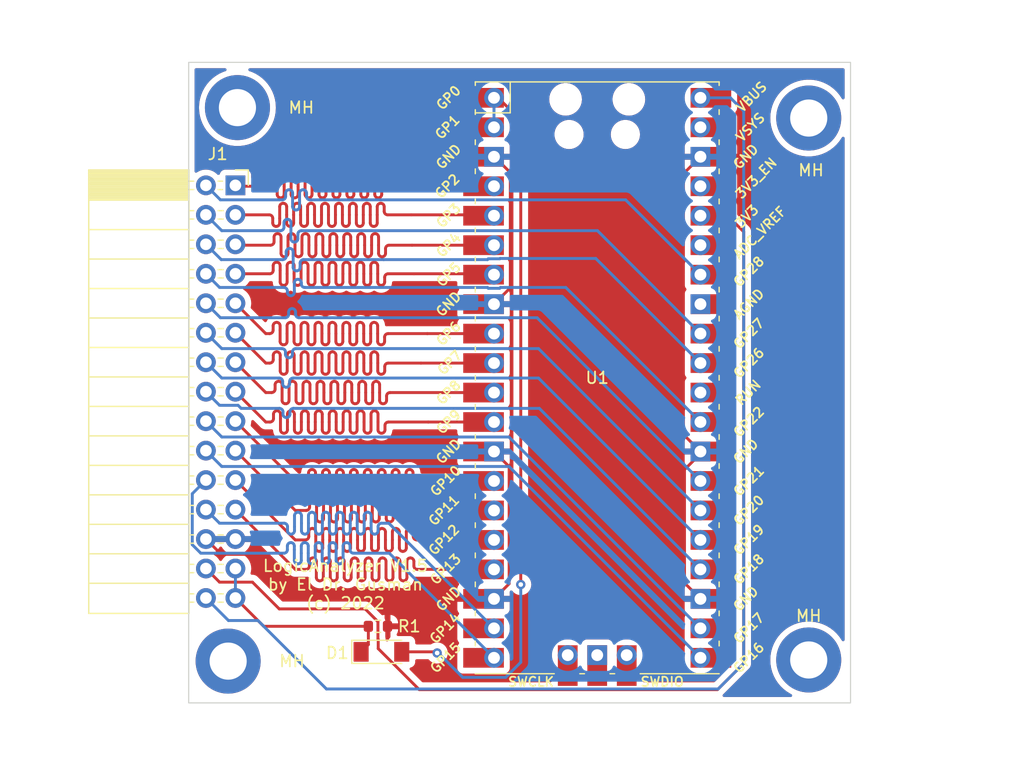
<source format=kicad_pcb>
(kicad_pcb (version 20211014) (generator pcbnew)
  (layers (0 "F.Cu" signal) (31 "B.Cu" signal) (34 "B.Paste" user) (35 "F.Paste" user) (36 "B.SilkS" user "B.Silkscreen") (37 "F.SilkS" user "F.Silkscreen") (38 "B.Mask" user) (39 "F.Mask" user) (44 "Edge.Cuts" user))
  (net 0 "")
  (net 1 "/CHAN_0")
  (net 2 "/CHAN_12")
  (net 3 "/CHAN_1")
  (net 4 "/CHAN_13")
  (net 5 "/CHAN_2")
  (net 6 "/CHAN_14")
  (net 7 "/CHAN_3")
  (net 8 "/CHAN_15")
  (net 9 "/CHAN_4")
  (net 10 "/CHAN_16")
  (net 11 "/CHAN_5")
  (net 12 "/CHAN_17")
  (net 13 "/CHAN_6")
  (net 14 "/CHAN_18")
  (net 15 "/CHAN_7")
  (net 16 "/CHAN_19")
  (net 17 "/CHAN_8")
  (net 18 "/CHAN_20")
  (net 19 "/CHAN_9")
  (net 20 "/CHAN_21")
  (net 21 "/CHAN_10")
  (net 22 "/CHAN_22")
  (net 23 "/CHAN_11")
  (net 24 "/CHAN_23")
  (net 25 "/GND")
  (net 26 "/3V3")
  (net 27 "/5V")
  (net 28 "Net-(U1-Pad1)")
  (net 37 "/EXT_T")
  (footprint "Diode_SMD:D_MiniMELF" (layer "F.Cu") (at 89.6 112.4)
    (fp_text reference "D1")
    (fp_text value "LL4148")
  )
  (footprint "MCU_RaspberryPi_and_Boards:RPi_Pico_SMD_TH" (layer "F.Cu") (at 108.185 88.785)
    (fp_text reference "U1")
    (fp_text value "Pico")
  )
  (footprint "MountingHole:MountingHole_3.2mm_M3_DIN965_Pad_TopBottom" (layer "F.Cu") (at 126.4 113.1)
    (fp_text reference "MH")
    (fp_text value "MountingHole_3.2mm_M3_DIN965_Pad_TopBottom")
  )
  (footprint "MountingHole:MountingHole_3.2mm_M3_DIN965_Pad_TopBottom" (layer "F.Cu") (at 77.2 65.5)
    (fp_text reference "MH")
    (fp_text value "MountingHole_3.2mm_M3_DIN965_Pad_TopBottom")
  )
  (footprint "MountingHole:MountingHole_3.2mm_M3_DIN965_Pad_TopBottom" (layer "F.Cu") (at 126.4 66.4)
    (fp_text reference "MH")
    (fp_text value "MountingHole_3.2mm_M3_DIN965_Pad_TopBottom")
  )
  (footprint "MountingHole:MountingHole_3.2mm_M3_DIN965_Pad_TopBottom" (layer "F.Cu") (at 76.4 113.2)
    (fp_text reference "MH")
    (fp_text value "MountingHole_3.2mm_M3_DIN965_Pad_TopBottom")
  )
  (footprint "Resistor_SMD:R_0603_1608Metric" (layer "F.Cu") (at 89.3 110.2)
    (fp_text reference "R1")
    (fp_text value "100k")
  )
  (footprint "Connector_PinSocket_2.54mm:PinSocket_2x15_P2.54mm_Horizontal" (layer "F.Cu") (at 77.025 72.2)
    (fp_text reference "J1")
    (fp_text value "Conn_02x15_Odd_Even")
  )
  (gr_rect (start 130 61.6) (end 73 116.8) (layer "Edge.Cuts") (width 0.1) (fill none))
  (gr_text "LogicAnalyzer V1.5\nby El Dr. Gusman\n(c) 2022" (at 86.5 106.6) (layer "F.SilkS") (effects (font (size 1 1))))
  (segment (start 83.625 72.275) (end 83.625 71.575) (width 0.25) (layer "F.Cu") (net 1))
  (segment (start 83.625 72.975) (end 83.625 72.275) (width 0.25) (layer "F.Cu") (net 1))
  (segment (start 86.625 71.575) (end 86.625 72.275) (width 0.25) (layer "F.Cu") (net 1))
  (segment (start 88.425 72.275) (end 88.425 71.575) (width 0.25) (layer "F.Cu") (net 1))
  (segment (start 82.425 72.275) (end 82.425 71.575) (width 0.25) (layer "F.Cu") (net 1))
  (segment (start 81.225 72.975) (end 81.225 72.275) (width 0.25) (layer "F.Cu") (net 1))
  (segment (start 77.1 72.275) (end 79.725 72.275) (width 0.25) (layer "F.Cu") (net 1))
  (segment (start 85.425 72.275) (end 85.425 72.975) (width 0.25) (layer "F.Cu") (net 1))
  (segment (start 80.025 71.975) (end 80.025 71.575) (width 0.25) (layer "F.Cu") (net 1))
  (segment (start 87.825 72.275) (end 87.825 72.975) (width 0.25) (layer "F.Cu") (net 1))
  (segment (start 87.225 72.275) (end 87.225 71.575) (width 0.25) (layer "F.Cu") (net 1))
  (segment (start 80.625 71.575) (end 80.625 71.975) (width 0.25) (layer "F.Cu") (net 1))
  (segment (start 89.925 72.275) (end 94.58695 72.275) (width 0.25) (layer "F.Cu") (net 1))
  (segment (start 80.625 71.975) (end 80.625 72.975) (width 0.25) (layer "F.Cu") (net 1))
  (segment (start 84.825 72.975) (end 84.825 72.275) (width 0.25) (layer "F.Cu") (net 1))
  (segment (start 89.025 72.275) (end 89.025 72.975) (width 0.25) (layer "F.Cu") (net 1))
  (segment (start 77.025 72.2) (end 77.1 72.275) (width 0.25) (layer "F.Cu") (net 1))
  (segment (start 86.025 72.975) (end 86.025 72.275) (width 0.25) (layer "F.Cu") (net 1))
  (segment (start 81.225 72.275) (end 81.225 71.575) (width 0.25) (layer "F.Cu") (net 1))
  (segment (start 86.625 72.275) (end 86.625 72.975) (width 0.25) (layer "F.Cu") (net 1))
  (segment (start 81.825 72.275) (end 81.825 72.975) (width 0.25) (layer "F.Cu") (net 1))
  (segment (start 94.58695 72.275) (end 99.295 72.275) (width 0.25) (layer "F.Cu") (net 1))
  (segment (start 84.825 72.275) (end 84.825 71.575) (width 0.25) (layer "F.Cu") (net 1))
  (segment (start 89.025 71.575) (end 89.025 72.275) (width 0.25) (layer "F.Cu") (net 1))
  (segment (start 81.825 71.575) (end 81.825 72.275) (width 0.25) (layer "F.Cu") (net 1))
  (segment (start 83.025 71.575) (end 83.025 72.275) (width 0.25) (layer "F.Cu") (net 1))
  (segment (start 89.625 72.975) (end 89.625 72.575) (width 0.25) (layer "F.Cu") (net 1))
  (segment (start 83.025 72.275) (end 83.025 72.975) (width 0.25) (layer "F.Cu") (net 1))
  (segment (start 85.425 71.575) (end 85.425 72.275) (width 0.25) (layer "F.Cu") (net 1))
  (segment (start 86.025 72.275) (end 86.025 71.575) (width 0.25) (layer "F.Cu") (net 1))
  (segment (start 84.225 72.275) (end 84.225 72.975) (width 0.25) (layer "F.Cu") (net 1))
  (segment (start 87.225 72.975) (end 87.225 72.275) (width 0.25) (layer "F.Cu") (net 1))
  (segment (start 82.425 72.975) (end 82.425 72.275) (width 0.25) (layer "F.Cu") (net 1))
  (segment (start 87.825 71.575) (end 87.825 72.275) (width 0.25) (layer "F.Cu") (net 1))
  (segment (start 88.425 72.975) (end 88.425 72.275) (width 0.25) (layer "F.Cu") (net 1))
  (segment (start 84.225 71.575) (end 84.225 72.275) (width 0.25) (layer "F.Cu") (net 1))
  (arc (start 85.725 73.275) (mid 85.937132 73.187132) (end 86.025 72.975) (width 0.25) (layer "F.Cu") (net 1))
  (arc (start 86.025 71.575) (mid 86.112868 71.362868) (end 86.325 71.275) (width 0.25) (layer "F.Cu") (net 1))
  (arc (start 83.325 73.275) (mid 83.537132 73.187132) (end 83.625 72.975) (width 0.25) (layer "F.Cu") (net 1))
  (arc (start 79.725 72.275) (mid 79.937132 72.187132) (end 80.025 71.975) (width 0.25) (layer "F.Cu") (net 1))
  (arc (start 88.125 73.275) (mid 88.337132 73.187132) (end 88.425 72.975) (width 0.25) (layer "F.Cu") (net 1))
  (arc (start 80.625 72.975) (mid 80.712868 73.187132) (end 80.925 73.275) (width 0.25) (layer "F.Cu") (net 1))
  (arc (start 86.925 73.275) (mid 87.137132 73.187132) (end 87.225 72.975) (width 0.25) (layer "F.Cu") (net 1))
  (arc (start 82.125 73.275) (mid 82.337132 73.187132) (end 82.425 72.975) (width 0.25) (layer "F.Cu") (net 1))
  (arc (start 89.025 72.975) (mid 89.112868 73.187132) (end 89.325 73.275) (width 0.25) (layer "F.Cu") (net 1))
  (arc (start 80.925 73.275) (mid 81.137132 73.187132) (end 81.225 72.975) (width 0.25) (layer "F.Cu") (net 1))
  (arc (start 84.825 71.575) (mid 84.912868 71.362868) (end 85.125 71.275) (width 0.25) (layer "F.Cu") (net 1))
  (arc (start 80.325 71.275) (mid 80.537132 71.362868) (end 80.625 71.575) (width 0.25) (layer "F.Cu") (net 1))
  (arc (start 86.325 71.275) (mid 86.537132 71.362868) (end 86.625 71.575) (width 0.25) (layer "F.Cu") (net 1))
  (arc (start 85.125 71.275) (mid 85.337132 71.362868) (end 85.425 71.575) (width 0.25) (layer "F.Cu") (net 1))
  (arc (start 83.025 72.975) (mid 83.112868 73.187132) (end 83.325 73.275) (width 0.25) (layer "F.Cu") (net 1))
  (arc (start 88.425 71.575) (mid 88.512868 71.362868) (end 88.725 71.275) (width 0.25) (layer "F.Cu") (net 1))
  (arc (start 83.625 71.575) (mid 83.712868 71.362868) (end 83.925 71.275) (width 0.25) (layer "F.Cu") (net 1))
  (arc (start 89.625 72.575) (mid 89.712868 72.362868) (end 89.925 72.275) (width 0.25) (layer "F.Cu") (net 1))
  (arc (start 85.425 72.975) (mid 85.512868 73.187132) (end 85.725 73.275) (width 0.25) (layer "F.Cu") (net 1))
  (arc (start 89.325 73.275) (mid 89.537132 73.187132) (end 89.625 72.975) (width 0.25) (layer "F.Cu") (net 1))
  (arc (start 82.725 71.275) (mid 82.937132 71.362868) (end 83.025 71.575) (width 0.25) (layer "F.Cu") (net 1))
  (arc (start 87.225 71.575) (mid 87.312868 71.362868) (end 87.525 71.275) (width 0.25) (layer "F.Cu") (net 1))
  (arc (start 81.225 71.575) (mid 81.312868 71.362868) (end 81.525 71.275) (width 0.25) (layer "F.Cu") (net 1))
  (arc (start 81.825 72.975) (mid 81.912868 73.187132) (end 82.125 73.275) (width 0.25) (layer "F.Cu") (net 1))
  (arc (start 86.625 72.975) (mid 86.712868 73.187132) (end 86.925 73.275) (width 0.25) (layer "F.Cu") (net 1))
  (arc (start 87.825 72.975) (mid 87.912868 73.187132) (end 88.125 73.275) (width 0.25) (layer "F.Cu") (net 1))
  (arc (start 87.525 71.275) (mid 87.737132 71.362868) (end 87.825 71.575) (width 0.25) (layer "F.Cu") (net 1))
  (arc (start 84.225 72.975) (mid 84.312868 73.187132) (end 84.525 73.275) (width 0.25) (layer "F.Cu") (net 1))
  (arc (start 80.025 71.575) (mid 80.112868 71.362868) (end 80.325 71.275) (width 0.25) (layer "F.Cu") (net 1))
  (arc (start 81.525 71.275) (mid 81.737132 71.362868) (end 81.825 71.575) (width 0.25) (layer "F.Cu") (net 1))
  (arc (start 84.525 73.275) (mid 84.737132 73.187132) (end 84.825 72.975) (width 0.25) (layer "F.Cu") (net 1))
  (arc (start 88.725 71.275) (mid 88.937132 71.362868) (end 89.025 71.575) (width 0.25) (layer "F.Cu") (net 1))
  (arc (start 83.925 71.275) (mid 84.137132 71.362868) (end 84.225 71.575) (width 0.25) (layer "F.Cu") (net 1))
  (arc (start 82.425 71.575) (mid 82.512868 71.362868) (end 82.725 71.275) (width 0.25) (layer "F.Cu") (net 1))
  (segment (start 74.485 100.14) (end 75.659511 101.314511) (width 0.25) (layer "B.Cu") (net 2))
  (segment (start 82.114511 101.614511) (end 82.114511 100.670045) (width 0.25) (layer "B.Cu") (net 2))
  (segment (start 85.114511 101.314511) (end 85.114511 101.958977) (width 0.25) (layer "B.Cu") (net 2))
  (segment (start 85.714511 101.958977) (end 85.714511 101.314511) (width 0.25) (layer "B.Cu") (net 2))
  (segment (start 87.514511 100.670045) (end 87.514511 101.314511) (width 0.25) (layer "B.Cu") (net 2))
  (segment (start 88.714511 100.670045) (end 88.714511 101.314511) (width 0.25) (layer "B.Cu") (net 2))
  (segment (start 86.914511 101.314511) (end 86.914511 100.670045) (width 0.25) (layer "B.Cu") (net 2))
  (segment (start 82.714511 100.670045) (end 82.714511 101.314511) (width 0.25) (layer "B.Cu") (net 2))
  (segment (start 88.114511 101.958977) (end 88.114511 101.314511) (width 0.25) (layer "B.Cu") (net 2))
  (segment (start 88.114511 101.314511) (end 88.114511 100.670045) (width 0.25) (layer "B.Cu") (net 2))
  (segment (start 81.514511 101.614511) (end 81.514511 101.958977) (width 0.25) (layer "B.Cu") (net 2))
  (segment (start 89.314511 101.958977) (end 89.314511 101.614511) (width 0.25) (layer "B.Cu") (net 2))
  (segment (start 83.914511 100.670045) (end 83.914511 101.314511) (width 0.25) (layer "B.Cu") (net 2))
  (segment (start 83.314511 101.314511) (end 83.314511 100.670045) (width 0.25) (layer "B.Cu") (net 2))
  (segment (start 86.314511 101.314511) (end 86.314511 101.958977) (width 0.25) (layer "B.Cu") (net 2))
  (segment (start 86.914511 101.958977) (end 86.914511 101.314511) (width 0.25) (layer "B.Cu") (net 2))
  (segment (start 75.659511 101.314511) (end 81.214511 101.314511) (width 0.25) (layer "B.Cu") (net 2))
  (segment (start 88.714511 101.314511) (end 88.714511 101.958977) (width 0.25) (layer "B.Cu") (net 2))
  (segment (start 83.314511 101.958977) (end 83.314511 101.314511) (width 0.25) (layer "B.Cu") (net 2))
  (segment (start 89.614511 101.314511) (end 90.234511 101.314511) (width 0.25) (layer "B.Cu") (net 2))
  (segment (start 82.714511 101.314511) (end 82.714511 101.958977) (width 0.25) (layer "B.Cu") (net 2))
  (segment (start 82.114511 101.958977) (end 82.114511 101.614511) (width 0.25) (layer "B.Cu") (net 2))
  (segment (start 86.314511 100.670045) (end 86.314511 101.314511) (width 0.25) (layer "B.Cu") (net 2))
  (segment (start 84.514511 101.958977) (end 84.514511 101.314511) (width 0.25) (layer "B.Cu") (net 2))
  (segment (start 85.714511 101.314511) (end 85.714511 100.670045) (width 0.25) (layer "B.Cu") (net 2))
  (segment (start 85.114511 100.670045) (end 85.114511 101.314511) (width 0.25) (layer "B.Cu") (net 2))
  (segment (start 87.514511 101.314511) (end 87.514511 101.958977) (width 0.25) (layer "B.Cu") (net 2))
  (segment (start 84.514511 101.314511) (end 84.514511 100.670045) (width 0.25) (layer "B.Cu") (net 2))
  (segment (start 90.234511 101.314511) (end 99.295 110.375) (width 0.25) (layer "B.Cu") (net 2))
  (segment (start 83.914511 101.314511) (end 83.914511 101.958977) (width 0.25) (layer "B.Cu") (net 2))
  (arc (start 86.914511 100.670045) (mid 87.002379 100.457913) (end 87.214511 100.370045) (width 0.25) (layer "B.Cu") (net 2))
  (arc (start 84.514511 100.670045) (mid 84.602379 100.457913) (end 84.814511 100.370045) (width 0.25) (layer "B.Cu") (net 2))
  (arc (start 87.214511 100.370045) (mid 87.426643 100.457913) (end 87.514511 100.670045) (width 0.25) (layer "B.Cu") (net 2))
  (arc (start 87.514511 101.958977) (mid 87.602379 102.171109) (end 87.814511 102.258977) (width 0.25) (layer "B.Cu") (net 2))
  (arc (start 88.714511 101.958977) (mid 88.802379 102.171109) (end 89.014511 102.258977) (width 0.25) (layer "B.Cu") (net 2))
  (arc (start 87.814511 102.258977) (mid 88.026643 102.171109) (end 88.114511 101.958977) (width 0.25) (layer "B.Cu") (net 2))
  (arc (start 82.114511 100.670045) (mid 82.202379 100.457913) (end 82.414511 100.370045) (width 0.25) (layer "B.Cu") (net 2))
  (arc (start 88.114511 100.670045) (mid 88.202379 100.457913) (end 88.414511 100.370045) (width 0.25) (layer "B.Cu") (net 2))
  (arc (start 89.314511 101.614511) (mid 89.402379 101.402379) (end 89.614511 101.314511) (width 0.25) (layer "B.Cu") (net 2))
  (arc (start 83.014511 102.258977) (mid 83.226643 102.171109) (end 83.314511 101.958977) (width 0.25) (layer "B.Cu") (net 2))
  (arc (start 83.914511 101.958977) (mid 84.002379 102.171109) (end 84.214511 102.258977) (width 0.25) (layer "B.Cu") (net 2))
  (arc (start 81.514511 101.958977) (mid 81.602379 102.171109) (end 81.814511 102.258977) (width 0.25) (layer "B.Cu") (net 2))
  (arc (start 85.714511 100.670045) (mid 85.802379 100.457913) (end 86.014511 100.370045) (width 0.25) (layer "B.Cu") (net 2))
  (arc (start 84.814511 100.370045) (mid 85.026643 100.457913) (end 85.114511 100.670045) (width 0.25) (layer "B.Cu") (net 2))
  (arc (start 82.714511 101.958977) (mid 82.802379 102.171109) (end 83.014511 102.258977) (width 0.25) (layer "B.Cu") (net 2))
  (arc (start 86.014511 100.370045) (mid 86.226643 100.457913) (end 86.314511 100.670045) (width 0.25) (layer "B.Cu") (net 2))
  (arc (start 86.614511 102.258977) (mid 86.826643 102.171109) (end 86.914511 101.958977) (width 0.25) (layer "B.Cu") (net 2))
  (arc (start 85.414511 102.258977) (mid 85.626643 102.171109) (end 85.714511 101.958977) (width 0.25) (layer "B.Cu") (net 2))
  (arc (start 88.414511 100.370045) (mid 88.626643 100.457913) (end 88.714511 100.670045) (width 0.25) (layer "B.Cu") (net 2))
  (arc (start 86.314511 101.958977) (mid 86.402379 102.171109) (end 86.614511 102.258977) (width 0.25) (layer "B.Cu") (net 2))
  (arc (start 82.414511 100.370045) (mid 82.626643 100.457913) (end 82.714511 100.670045) (width 0.25) (layer "B.Cu") (net 2))
  (arc (start 85.114511 101.958977) (mid 85.202379 102.171109) (end 85.414511 102.258977) (width 0.25) (layer "B.Cu") (net 2))
  (arc (start 83.314511 100.670045) (mid 83.402379 100.457913) (end 83.614511 100.370045) (width 0.25) (layer "B.Cu") (net 2))
  (arc (start 81.814511 102.258977) (mid 82.026643 102.171109) (end 82.114511 101.958977) (width 0.25) (layer "B.Cu") (net 2))
  (arc (start 84.214511 102.258977) (mid 84.426643 102.171109) (end 84.514511 101.958977) (width 0.25) (layer "B.Cu") (net 2))
  (arc (start 83.614511 100.370045) (mid 83.826643 100.457913) (end 83.914511 100.670045) (width 0.25) (layer "B.Cu") (net 2))
  (arc (start 81.214511 101.314511) (mid 81.426643 101.402379) (end 81.514511 101.614511) (width 0.25) (layer "B.Cu") (net 2))
  (arc (start 89.014511 102.258977) (mid 89.226643 102.171109) (end 89.314511 101.958977) (width 0.25) (layer "B.Cu") (net 2))
  (segment (start 92.174114 74.74) (end 99.22 74.74) (width 0.25) (layer "F.Cu") (net 3))
  (segment (start 82.04 74.74) (end 82.04 74.04) (width 0.25) (layer "F.Cu") (net 3))
  (segment (start 86.24 74.04) (end 86.24 74.74) (width 0.25) (layer "F.Cu") (net 3))
  (segment (start 83.24 75.44) (end 83.24 74.74) (width 0.25) (layer "F.Cu") (net 3))
  (segment (start 80.24 75.04) (end 80.24 75.44) (width 0.25) (layer "F.Cu") (net 3))
  (segment (start 88.04 75.44) (end 88.04 74.74) (width 0.25) (layer "F.Cu") (net 3))
  (segment (start 87.44 74.04) (end 87.44 74.74) (width 0.25) (layer "F.Cu") (net 3))
  (segment (start 84.44 74.74) (end 84.44 74.04) (width 0.25) (layer "F.Cu") (net 3))
  (segment (start 85.64 75.44) (end 85.64 74.74) (width 0.25) (layer "F.Cu") (net 3))
  (segment (start 88.04 74.74) (end 88.04 74.04) (width 0.25) (layer "F.Cu") (net 3))
  (segment (start 77.025 74.74) (end 79.94 74.74) (width 0.25) (layer "F.Cu") (net 3))
  (segment (start 88.64 74.74) (end 88.64 75.44) (width 0.25) (layer "F.Cu") (net 3))
  (segment (start 99.22 74.74) (end 99.295 74.815) (width 0.25) (layer "F.Cu") (net 3))
  (segment (start 86.24 74.74) (end 86.24 75.44) (width 0.25) (layer "F.Cu") (net 3))
  (segment (start 81.44 74.04) (end 81.44 74.74) (width 0.25) (layer "F.Cu") (net 3))
  (segment (start 80.84 75.04) (end 80.84 74.04) (width 0.25) (layer "F.Cu") (net 3))
  (segment (start 89.24 75.44) (end 89.24 74.74) (width 0.25) (layer "F.Cu") (net 3))
  (segment (start 85.04 74.74) (end 85.04 75.44) (width 0.25) (layer "F.Cu") (net 3))
  (segment (start 80.84 75.44) (end 80.84 75.04) (width 0.25) (layer "F.Cu") (net 3))
  (segment (start 83.84 74.74) (end 83.84 75.44) (width 0.25) (layer "F.Cu") (net 3))
  (segment (start 86.84 75.44) (end 86.84 74.74) (width 0.25) (layer "F.Cu") (net 3))
  (segment (start 83.24 74.74) (end 83.24 74.04) (width 0.25) (layer "F.Cu") (net 3))
  (segment (start 82.64 74.74) (end 82.64 75.44) (width 0.25) (layer "F.Cu") (net 3))
  (segment (start 87.44 74.74) (end 87.44 75.44) (width 0.25) (layer "F.Cu") (net 3))
  (segment (start 84.44 75.44) (end 84.44 74.74) (width 0.25) (layer "F.Cu") (net 3))
  (segment (start 83.84 74.04) (end 83.84 74.74) (width 0.25) (layer "F.Cu") (net 3))
  (segment (start 82.04 75.44) (end 82.04 74.74) (width 0.25) (layer "F.Cu") (net 3))
  (segment (start 88.64 74.04) (end 88.64 74.74) (width 0.25) (layer "F.Cu") (net 3))
  (segment (start 81.44 74.74) (end 81.44 75.44) (width 0.25) (layer "F.Cu") (net 3))
  (segment (start 90.14 74.74) (end 92.174114 74.74) (width 0.25) (layer "F.Cu") (net 3))
  (segment (start 85.04 74.04) (end 85.04 74.74) (width 0.25) (layer "F.Cu") (net 3))
  (segment (start 82.64 74.04) (end 82.64 74.74) (width 0.25) (layer "F.Cu") (net 3))
  (segment (start 89.84 74.04) (end 89.84 74.44) (width 0.25) (layer "F.Cu") (net 3))
  (segment (start 85.64 74.74) (end 85.64 74.04) (width 0.25) (layer "F.Cu") (net 3))
  (segment (start 89.24 74.74) (end 89.24 74.04) (width 0.25) (layer "F.Cu") (net 3))
  (segment (start 86.84 74.74) (end 86.84 74.04) (width 0.25) (layer "F.Cu") (net 3))
  (arc (start 81.14 73.74) (mid 81.352132 73.827868) (end 81.44 74.04) (width 0.25) (layer "F.Cu") (net 3))
  (arc (start 87.74 75.74) (mid 87.952132 75.652132) (end 88.04 75.44) (width 0.25) (layer "F.Cu") (net 3))
  (arc (start 82.94 75.74) (mid 83.152132 75.652132) (end 83.24 75.44) (width 0.25) (layer "F.Cu") (net 3))
  (arc (start 84.14 75.74) (mid 84.352132 75.652132) (end 84.44 75.44) (width 0.25) (layer "F.Cu") (net 3))
  (arc (start 81.74 75.74) (mid 81.952132 75.652132) (end 82.04 75.44) (width 0.25) (layer "F.Cu") (net 3))
  (arc (start 88.04 74.04) (mid 88.127868 73.827868) (end 88.34 73.74) (width 0.25) (layer "F.Cu") (net 3))
  (arc (start 82.04 74.04) (mid 82.127868 73.827868) (end 82.34 73.74) (width 0.25) (layer "F.Cu") (net 3))
  (arc (start 89.54 73.74) (mid 89.752132 73.827868) (end 89.84 74.04) (width 0.25) (layer "F.Cu") (net 3))
  (arc (start 86.84 74.04) (mid 86.927868 73.827868) (end 87.14 73.74) (width 0.25) (layer "F.Cu") (net 3))
  (arc (start 84.44 74.04) (mid 84.527868 73.827868) (end 84.74 73.74) (width 0.25) (layer "F.Cu") (net 3))
  (arc (start 80.24 75.44) (mid 80.327868 75.652132) (end 80.54 75.74) (width 0.25) (layer "F.Cu") (net 3))
  (arc (start 89.84 74.44) (mid 89.927868 74.652132) (end 90.14 74.74) (width 0.25) (layer "F.Cu") (net 3))
  (arc (start 82.34 73.74) (mid 82.552132 73.827868) (end 82.64 74.04) (width 0.25) (layer "F.Cu") (net 3))
  (arc (start 85.94 73.74) (mid 86.152132 73.827868) (end 86.24 74.04) (width 0.25) (layer "F.Cu") (net 3))
  (arc (start 89.24 74.04) (mid 89.327868 73.827868) (end 89.54 73.74) (width 0.25) (layer "F.Cu") (net 3))
  (arc (start 88.94 75.74) (mid 89.152132 75.652132) (end 89.24 75.44) (width 0.25) (layer "F.Cu") (net 3))
  (arc (start 88.64 75.44) (mid 88.727868 75.652132) (end 88.94 75.74) (width 0.25) (layer "F.Cu") (net 3))
  (arc (start 80.84 74.04) (mid 80.927868 73.827868) (end 81.14 73.74) (width 0.25) (layer "F.Cu") (net 3))
  (arc (start 85.04 75.44) (mid 85.127868 75.652132) (end 85.34 75.74) (width 0.25) (layer "F.Cu") (net 3))
  (arc (start 87.14 73.74) (mid 87.352132 73.827868) (end 87.44 74.04) (width 0.25) (layer "F.Cu") (net 3))
  (arc (start 83.24 74.04) (mid 83.327868 73.827868) (end 83.54 73.74) (width 0.25) (layer "F.Cu") (net 3))
  (arc (start 79.94 74.74) (mid 80.152132 74.827868) (end 80.24 75.04) (width 0.25) (layer "F.Cu") (net 3))
  (arc (start 83.84 75.44) (mid 83.927868 75.652132) (end 84.14 75.74) (width 0.25) (layer "F.Cu") (net 3))
  (arc (start 81.44 75.44) (mid 81.527868 75.652132) (end 81.74 75.74) (width 0.25) (layer "F.Cu") (net 3))
  (arc (start 86.54 75.74) (mid 86.752132 75.652132) (end 86.84 75.44) (width 0.25) (layer "F.Cu") (net 3))
  (arc (start 88.34 73.74) (mid 88.552132 73.827868) (end 88.64 74.04) (width 0.25) (layer "F.Cu") (net 3))
  (arc (start 87.44 75.44) (mid 87.527868 75.652132) (end 87.74 75.74) (width 0.25) (layer "F.Cu") (net 3))
  (arc (start 80.54 75.74) (mid 80.752132 75.652132) (end 80.84 75.44) (width 0.25) (layer "F.Cu") (net 3))
  (arc (start 83.54 73.74) (mid 83.752132 73.827868) (end 83.84 74.04) (width 0.25) (layer "F.Cu") (net 3))
  (arc (start 84.74 73.74) (mid 84.952132 73.827868) (end 85.04 74.04) (width 0.25) (layer "F.Cu") (net 3))
  (arc (start 85.64 74.04) (mid 85.727868 73.827868) (end 85.94 73.74) (width 0.25) (layer "F.Cu") (net 3))
  (arc (start 85.34 75.74) (mid 85.552132 75.652132) (end 85.64 75.44) (width 0.25) (layer "F.Cu") (net 3))
  (arc (start 82.64 75.44) (mid 82.727868 75.652132) (end 82.94 75.74) (width 0.25) (layer "F.Cu") (net 3))
  (arc (start 86.24 75.44) (mid 86.327868 75.652132) (end 86.54 75.74) (width 0.25) (layer "F.Cu") (net 3))
  (segment (start 82.1 103.283346) (end 82.1 103.6) (width 0.25) (layer "B.Cu") (net 4))
  (segment (start 84.5 103.283346) (end 84.5 103.9) (width 0.25) (layer "B.Cu") (net 4))
  (segment (start 82.7 103.9) (end 82.7 103.283346) (width 0.25) (layer "B.Cu") (net 4))
  (segment (start 90.28 103.9) (end 99.295 112.915) (width 0.25) (layer "B.Cu") (net 4))
  (segment (start 83.9 103.9) (end 83.9 103.283346) (width 0.25) (layer "B.Cu") (net 4))
  (segment (start 86.3 104.516654) (end 86.3 103.9) (width 0.25) (layer "B.Cu") (net 4))
  (segment (start 74.485 97.6) (end 73.310489 98.774511) (width 0.25) (layer "B.Cu") (net 4))
  (segment (start 83.3 103.283346) (end 83.3 103.9) (width 0.25) (layer "B.Cu") (net 4))
  (segment (start 86.9 103.283346) (end 86.9 103.6) (width 0.25) (layer "B.Cu") (net 4))
  (segment (start 83.9 104.516654) (end 83.9 103.9) (width 0.25) (layer "B.Cu") (net 4))
  (segment (start 85.7 103.9) (end 85.7 104.516654) (width 0.25) (layer "B.Cu") (net 4))
  (segment (start 82.7 104.516654) (end 82.7 103.9) (width 0.25) (layer "B.Cu") (net 4))
  (segment (start 84.5 103.9) (end 84.5 104.516654) (width 0.25) (layer "B.Cu") (net 4))
  (segment (start 85.1 104.516654) (end 85.1 103.9) (width 0.25) (layer "B.Cu") (net 4))
  (segment (start 86.3 103.9) (end 86.3 103.283346) (width 0.25) (layer "B.Cu") (net 4))
  (segment (start 73.310489 103.166499) (end 74.04399 103.9) (width 0.25) (layer "B.Cu") (net 4))
  (segment (start 74.04399 103.9) (end 81.2 103.9) (width 0.25) (layer "B.Cu") (net 4))
  (segment (start 81.5 103.6) (end 81.5 103.283346) (width 0.25) (layer "B.Cu") (net 4))
  (segment (start 87.2 103.9) (end 90.28 103.9) (width 0.25) (layer "B.Cu") (net 4))
  (segment (start 82.1 103.6) (end 82.1 104.516654) (width 0.25) (layer "B.Cu") (net 4))
  (segment (start 85.7 103.283346) (end 85.7 103.9) (width 0.25) (layer "B.Cu") (net 4))
  (segment (start 73.310489 98.774511) (end 73.310489 103.166499) (width 0.25) (layer "B.Cu") (net 4))
  (segment (start 83.3 103.9) (end 83.3 104.516654) (width 0.25) (layer "B.Cu") (net 4))
  (segment (start 85.1 103.9) (end 85.1 103.283346) (width 0.25) (layer "B.Cu") (net 4))
  (arc (start 81.8 102.983346) (mid 82.012132 103.071214) (end 82.1 103.283346) (width 0.25) (layer "B.Cu") (net 4))
  (arc (start 81.2 103.9) (mid 81.412132 103.812132) (end 81.5 103.6) (width 0.25) (layer "B.Cu") (net 4))
  (arc (start 83 102.983346) (mid 83.212132 103.071214) (end 83.3 103.283346) (width 0.25) (layer "B.Cu") (net 4))
  (arc (start 85.1 103.283346) (mid 85.187868 103.071214) (end 85.4 102.983346) (width 0.25) (layer "B.Cu") (net 4))
  (arc (start 86.6 102.983346) (mid 86.812132 103.071214) (end 86.9 103.283346) (width 0.25) (layer "B.Cu") (net 4))
  (arc (start 84.5 104.516654) (mid 84.587868 104.728786) (end 84.8 104.816654) (width 0.25) (layer "B.Cu") (net 4))
  (arc (start 81.5 103.283346) (mid 81.587868 103.071214) (end 81.8 102.983346) (width 0.25) (layer "B.Cu") (net 4))
  (arc (start 83.9 103.283346) (mid 83.987868 103.071214) (end 84.2 102.983346) (width 0.25) (layer "B.Cu") (net 4))
  (arc (start 83.6 104.816654) (mid 83.812132 104.728786) (end 83.9 104.516654) (width 0.25) (layer "B.Cu") (net 4))
  (arc (start 84.2 102.983346) (mid 84.412132 103.071214) (end 84.5 103.283346) (width 0.25) (layer "B.Cu") (net 4))
  (arc (start 82.1 104.516654) (mid 82.187868 104.728786) (end 82.4 104.816654) (width 0.25) (layer "B.Cu") (net 4))
  (arc (start 82.4 104.816654) (mid 82.612132 104.728786) (end 82.7 104.516654) (width 0.25) (layer "B.Cu") (net 4))
  (arc (start 86.3 103.283346) (mid 86.387868 103.071214) (end 86.6 102.983346) (width 0.25) (layer "B.Cu") (net 4))
  (arc (start 84.8 104.816654) (mid 85.012132 104.728786) (end 85.1 104.516654) (width 0.25) (layer "B.Cu") (net 4))
  (arc (start 83.3 104.516654) (mid 83.387868 104.728786) (end 83.6 104.816654) (width 0.25) (layer "B.Cu") (net 4))
  (arc (start 85.4 102.983346) (mid 85.612132 103.071214) (end 85.7 103.283346) (width 0.25) (layer "B.Cu") (net 4))
  (arc (start 86 104.816654) (mid 86.212132 104.728786) (end 86.3 104.516654) (width 0.25) (layer "B.Cu") (net 4))
  (arc (start 85.7 104.516654) (mid 85.787868 104.728786) (end 86 104.816654) (width 0.25) (layer "B.Cu") (net 4))
  (arc (start 86.9 103.6) (mid 86.987868 103.812132) (end 87.2 103.9) (width 0.25) (layer "B.Cu") (net 4))
  (arc (start 82.7 103.283346) (mid 82.787868 103.071214) (end 83 102.983346) (width 0.25) (layer "B.Cu") (net 4))
  (segment (start 84.555 77.355) (end 84.555 78.055) (width 0.25) (layer "F.Cu") (net 5))
  (segment (start 87.555 78.055) (end 87.555 77.355) (width 0.25) (layer "F.Cu") (net 5))
  (segment (start 86.355 78.055) (end 86.355 77.355) (width 0.25) (layer "F.Cu") (net 5))
  (segment (start 84.555 76.655) (end 84.555 77.355) (width 0.25) (layer "F.Cu") (net 5))
  (segment (start 83.955 77.355) (end 83.955 76.655) (width 0.25) (layer "F.Cu") (net 5))
  (segment (start 77.025 77.28) (end 77.1 77.355) (width 0.25) (layer "F.Cu") (net 5))
  (segment (start 88.755 78.055) (end 88.755 77.355) (width 0.25) (layer "F.Cu") (net 5))
  (segment (start 89.355 76.655) (end 89.355 77.355) (width 0.25) (layer "F.Cu") (net 5))
  (segment (start 81.555 77.355) (end 81.555 76.655) (width 0.25) (layer "F.Cu") (net 5))
  (segment (start 86.955 76.655) (end 86.955 77.355) (width 0.25) (layer "F.Cu") (net 5))
  (segment (start 80.355 77.055) (end 80.355 76.655) (width 0.25) (layer "F.Cu") (net 5))
  (segment (start 88.155 76.655) (end 88.155 77.355) (width 0.25) (layer "F.Cu") (net 5))
  (segment (start 82.755 78.055) (end 82.755 77.355) (width 0.25) (layer "F.Cu") (net 5))
  (segment (start 85.155 77.355) (end 85.155 76.655) (width 0.25) (layer "F.Cu") (net 5))
  (segment (start 82.755 77.355) (end 82.755 76.655) (width 0.25) (layer "F.Cu") (net 5))
  (segment (start 89.355 77.355) (end 89.355 78.055) (width 0.25) (layer "F.Cu") (net 5))
  (segment (start 80.955 76.655) (end 80.955 77.055) (width 0.25) (layer "F.Cu") (net 5))
  (segment (start 85.755 76.655) (end 85.755 77.355) (width 0.25) (layer "F.Cu") (net 5))
  (segment (start 86.355 77.355) (end 86.355 76.655) (width 0.25) (layer "F.Cu") (net 5))
  (segment (start 85.155 78.055) (end 85.155 77.355) (width 0.25) (layer "F.Cu") (net 5))
  (segment (start 83.955 78.055) (end 83.955 77.355) (width 0.25) (layer "F.Cu") (net 5))
  (segment (start 83.355 76.655) (end 83.355 77.355) (width 0.25) (layer "F.Cu") (net 5))
  (segment (start 87.555 77.355) (end 87.555 76.655) (width 0.25) (layer "F.Cu") (net 5))
  (segment (start 88.755 77.355) (end 88.755 76.655) (width 0.25) (layer "F.Cu") (net 5))
  (segment (start 92.236141 77.355) (end 99.295 77.355) (width 0.25) (layer "F.Cu") (net 5))
  (segment (start 89.955 78.055) (end 89.955 77.655) (width 0.25) (layer "F.Cu") (net 5))
  (segment (start 81.555 78.055) (end 81.555 77.355) (width 0.25) (layer "F.Cu") (net 5))
  (segment (start 85.755 77.355) (end 85.755 78.055) (width 0.25) (layer "F.Cu") (net 5))
  (segment (start 88.155 77.355) (end 88.155 78.055) (width 0.25) (layer "F.Cu") (net 5))
  (segment (start 77.1 77.355) (end 80.055 77.355) (width 0.25) (layer "F.Cu") (net 5))
  (segment (start 90.255 77.355) (end 92.236141 77.355) (width 0.25) (layer "F.Cu") (net 5))
  (segment (start 86.955 77.355) (end 86.955 78.055) (width 0.25) (layer "F.Cu") (net 5))
  (segment (start 82.155 76.655) (end 82.155 77.355) (width 0.25) (layer "F.Cu") (net 5))
  (segment (start 82.155 77.355) (end 82.155 78.055) (width 0.25) (layer "F.Cu") (net 5))
  (segment (start 83.355 77.355) (end 83.355 78.055) (width 0.25) (layer "F.Cu") (net 5))
  (segment (start 80.955 77.055) (end 80.955 78.055) (width 0.25) (layer "F.Cu") (net 5))
  (arc (start 83.055 76.355) (mid 83.267132 76.442868) (end 83.355 76.655) (width 0.25) (layer "F.Cu") (net 5))
  (arc (start 85.455 76.355) (mid 85.667132 76.442868) (end 85.755 76.655) (width 0.25) (layer "F.Cu") (net 5))
  (arc (start 81.255 78.355) (mid 81.467132 78.267132) (end 81.555 78.055) (width 0.25) (layer "F.Cu") (net 5))
  (arc (start 87.255 78.355) (mid 87.467132 78.267132) (end 87.555 78.055) (width 0.25) (layer "F.Cu") (net 5))
  (arc (start 85.755 78.055) (mid 85.842868 78.267132) (end 86.055 78.355) (width 0.25) (layer "F.Cu") (net 5))
  (arc (start 89.055 76.355) (mid 89.267132 76.442868) (end 89.355 76.655) (width 0.25) (layer "F.Cu") (net 5))
  (arc (start 80.055 77.355) (mid 80.267132 77.267132) (end 80.355 77.055) (width 0.25) (layer "F.Cu") (net 5))
  (arc (start 86.955 78.055) (mid 87.042868 78.267132) (end 87.255 78.355) (width 0.25) (layer "F.Cu") (net 5))
  (arc (start 82.155 78.055) (mid 82.242868 78.267132) (end 82.455 78.355) (width 0.25) (layer "F.Cu") (net 5))
  (arc (start 82.455 78.355) (mid 82.667132 78.267132) (end 82.755 78.055) (width 0.25) (layer "F.Cu") (net 5))
  (arc (start 89.955 77.655) (mid 90.042868 77.442868) (end 90.255 77.355) (width 0.25) (layer "F.Cu") (net 5))
  (arc (start 82.755 76.655) (mid 82.842868 76.442868) (end 83.055 76.355) (width 0.25) (layer "F.Cu") (net 5))
  (arc (start 81.855 76.355) (mid 82.067132 76.442868) (end 82.155 76.655) (width 0.25) (layer "F.Cu") (net 5))
  (arc (start 83.355 78.055) (mid 83.442868 78.267132) (end 83.655 78.355) (width 0.25) (layer "F.Cu") (net 5))
  (arc (start 84.255 76.355) (mid 84.467132 76.442868) (end 84.555 76.655) (width 0.25) (layer "F.Cu") (net 5))
  (arc (start 84.855 78.355) (mid 85.067132 78.267132) (end 85.155 78.055) (width 0.25) (layer "F.Cu") (net 5))
  (arc (start 88.755 76.655) (mid 88.842868 76.442868) (end 89.055 76.355) (width 0.25) (layer "F.Cu") (net 5))
  (arc (start 86.355 76.655) (mid 86.442868 76.442868) (end 86.655 76.355) (width 0.25) (layer "F.Cu") (net 5))
  (arc (start 81.555 76.655) (mid 81.642868 76.442868) (end 81.855 76.355) (width 0.25) (layer "F.Cu") (net 5))
  (arc (start 86.055 78.355) (mid 86.267132 78.267132) (end 86.355 78.055) (width 0.25) (layer "F.Cu") (net 5))
  (arc (start 80.355 76.655) (mid 80.442868 76.442868) (end 80.655 76.355) (width 0.25) (layer "F.Cu") (net 5))
  (arc (start 88.455 78.355) (mid 88.667132 78.267132) (end 88.755 78.055) (width 0.25) (layer "F.Cu") (net 5))
  (arc (start 89.355 78.055) (mid 89.442868 78.267132) (end 89.655 78.355) (width 0.25) (layer "F.Cu") (net 5))
  (arc (start 87.855 76.355) (mid 88.067132 76.442868) (end 88.155 76.655) (width 0.25) (layer "F.Cu") (net 5))
  (arc (start 85.155 76.655) (mid 85.242868 76.442868) (end 85.455 76.355) (width 0.25) (layer "F.Cu") (net 5))
  (arc (start 86.655 76.355) (mid 86.867132 76.442868) (end 86.955 76.655) (width 0.25) (layer "F.Cu") (net 5))
  (arc (start 89.655 78.355) (mid 89.867132 78.267132) (end 89.955 78.055) (width 0.25) (layer "F.Cu") (net 5))
  (arc (start 87.555 76.655) (mid 87.642868 76.442868) (end 87.855 76.355) (width 0.25) (layer "F.Cu") (net 5))
  (arc (start 80.955 78.055) (mid 81.042868 78.267132) (end 81.255 78.355) (width 0.25) (layer "F.Cu") (net 5))
  (arc (start 88.155 78.055) (mid 88.242868 78.267132) (end 88.455 78.355) (width 0.25) (layer "F.Cu") (net 5))
  (arc (start 84.555 78.055) (mid 84.642868 78.267132) (end 84.855 78.355) (width 0.25) (layer "F.Cu") (net 5))
  (arc (start 80.655 76.355) (mid 80.867132 76.442868) (end 80.955 76.655) (width 0.25) (layer "F.Cu") (net 5))
  (arc (start 83.955 76.655) (mid 84.042868 76.442868) (end 84.255 76.355) (width 0.25) (layer "F.Cu") (net 5))
  (arc (start 83.655 78.355) (mid 83.867132 78.267132) (end 83.955 78.055) (width 0.25) (layer "F.Cu") (net 5))
  (segment (start 75.850489 96.425489) (end 74.485 95.06) (width 0.25) (layer "B.Cu") (net 6))
  (segment (start 117.075 112.915) (end 100.585489 96.425489) (width 0.25) (layer "B.Cu") (net 6))
  (segment (start 100.585489 96.425489) (end 75.850489 96.425489) (width 0.25) (layer "B.Cu") (net 6))
  (segment (start 80.88 79.52) (end 80.88 80.52) (width 0.25) (layer "F.Cu") (net 7))
  (segment (start 89.88 80.52) (end 89.88 80.12) (width 0.25) (layer "F.Cu") (net 7))
  (segment (start 82.68 80.52) (end 82.68 79.82) (width 0.25) (layer "F.Cu") (net 7))
  (segment (start 82.08 79.82) (end 82.08 80.52) (width 0.25) (layer "F.Cu") (net 7))
  (segment (start 85.08 79.82) (end 85.08 79.12) (width 0.25) (layer "F.Cu") (net 7))
  (segment (start 87.48 79.82) (end 87.48 79.12) (width 0.25) (layer "F.Cu") (net 7))
  (segment (start 83.28 79.12) (end 83.28 79.82) (width 0.25) (layer "F.Cu") (net 7))
  (segment (start 83.88 80.52) (end 83.88 79.82) (width 0.25) (layer "F.Cu") (net 7))
  (segment (start 88.68 80.52) (end 88.68 79.82) (width 0.25) (layer "F.Cu") (net 7))
  (segment (start 90.18 79.82) (end 92.406715 79.82) (width 0.25) (layer "F.Cu") (net 7))
  (segment (start 86.88 79.82) (end 86.88 80.52) (width 0.25) (layer "F.Cu") (net 7))
  (segment (start 89.28 79.12) (end 89.28 79.82) (width 0.25) (layer "F.Cu") (net 7))
  (segment (start 83.28 79.82) (end 83.28 80.52) (width 0.25) (layer "F.Cu") (net 7))
  (segment (start 82.68 79.82) (end 82.68 79.12) (width 0.25) (layer "F.Cu") (net 7))
  (segment (start 85.68 79.82) (end 85.68 80.52) (width 0.25) (layer "F.Cu") (net 7))
  (segment (start 83.88 79.82) (end 83.88 79.12) (width 0.25) (layer "F.Cu") (net 7))
  (segment (start 86.28 80.52) (end 86.28 79.82) (width 0.25) (layer "F.Cu") (net 7))
  (segment (start 87.48 80.52) (end 87.48 79.82) (width 0.25) (layer "F.Cu") (net 7))
  (segment (start 89.28 79.82) (end 89.28 80.52) (width 0.25) (layer "F.Cu") (net 7))
  (segment (start 82.08 79.12) (end 82.08 79.82) (width 0.25) (layer "F.Cu") (net 7))
  (segment (start 86.28 79.82) (end 86.28 79.12) (width 0.25) (layer "F.Cu") (net 7))
  (segment (start 85.08 80.52) (end 85.08 79.82) (width 0.25) (layer "F.Cu") (net 7))
  (segment (start 81.48 80.52) (end 81.48 79.82) (width 0.25) (layer "F.Cu") (net 7))
  (segment (start 80.88 79.12) (end 80.88 79.52) (width 0.25) (layer "F.Cu") (net 7))
  (segment (start 88.68 79.82) (end 88.68 79.12) (width 0.25) (layer "F.Cu") (net 7))
  (segment (start 80.28 79.52) (end 80.28 79.12) (width 0.25) (layer "F.Cu") (net 7))
  (segment (start 84.48 79.12) (end 84.48 79.82) (width 0.25) (layer "F.Cu") (net 7))
  (segment (start 85.68 79.12) (end 85.68 79.82) (width 0.25) (layer "F.Cu") (net 7))
  (segment (start 88.08 79.12) (end 88.08 79.82) (width 0.25) (layer "F.Cu") (net 7))
  (segment (start 81.48 79.82) (end 81.48 79.12) (width 0.25) (layer "F.Cu") (net 7))
  (segment (start 77.025 79.82) (end 79.98 79.82) (width 0.25) (layer "F.Cu") (net 7))
  (segment (start 84.48 79.82) (end 84.48 80.52) (width 0.25) (layer "F.Cu") (net 7))
  (segment (start 88.08 79.82) (end 88.08 80.52) (width 0.25) (layer "F.Cu") (net 7))
  (segment (start 92.406715 79.82) (end 99.22 79.82) (width 0.25) (layer "F.Cu") (net 7))
  (segment (start 86.88 79.12) (end 86.88 79.82) (width 0.25) (layer "F.Cu") (net 7))
  (segment (start 99.22 79.82) (end 99.295 79.895) (width 0.25) (layer "F.Cu") (net 7))
  (arc (start 88.08 80.52) (mid 88.167868 80.732132) (end 88.38 80.82) (width 0.25) (layer "F.Cu") (net 7))
  (arc (start 82.98 78.82) (mid 83.192132 78.907868) (end 83.28 79.12) (width 0.25) (layer "F.Cu") (net 7))
  (arc (start 83.88 79.12) (mid 83.967868 78.907868) (end 84.18 78.82) (width 0.25) (layer "F.Cu") (net 7))
  (arc (start 82.68 79.12) (mid 82.767868 78.907868) (end 82.98 78.82) (width 0.25) (layer "F.Cu") (net 7))
  (arc (start 84.18 78.82) (mid 84.392132 78.907868) (end 84.48 79.12) (width 0.25) (layer "F.Cu") (net 7))
  (arc (start 89.88 80.12) (mid 89.967868 79.907868) (end 90.18 79.82) (width 0.25) (layer "F.Cu") (net 7))
  (arc (start 81.18 80.82) (mid 81.392132 80.732132) (end 81.48 80.52) (width 0.25) (layer "F.Cu") (net 7))
  (arc (start 84.48 80.52) (mid 84.567868 80.732132) (end 84.78 80.82) (width 0.25) (layer "F.Cu") (net 7))
  (arc (start 86.88 80.52) (mid 86.967868 80.732132) (end 87.18 80.82) (width 0.25) (layer "F.Cu") (net 7))
  (arc (start 85.68 80.52) (mid 85.767868 80.732132) (end 85.98 80.82) (width 0.25) (layer "F.Cu") (net 7))
  (arc (start 83.58 80.82) (mid 83.792132 80.732132) (end 83.88 80.52) (width 0.25) (layer "F.Cu") (net 7))
  (arc (start 84.78 80.82) (mid 84.992132 80.732132) (end 85.08 80.52) (width 0.25) (layer "F.Cu") (net 7))
  (arc (start 88.68 79.12) (mid 88.767868 78.907868) (end 88.98 78.82) (width 0.25) (layer "F.Cu") (net 7))
  (arc (start 87.18 80.82) (mid 87.392132 80.732132) (end 87.48 80.52) (width 0.25) (layer "F.Cu") (net 7))
  (arc (start 87.78 78.82) (mid 87.992132 78.907868) (end 88.08 79.12) (width 0.25) (layer "F.Cu") (net 7))
  (arc (start 82.08 80.52) (mid 82.167868 80.732132) (end 82.38 80.82) (width 0.25) (layer "F.Cu") (net 7))
  (arc (start 85.98 80.82) (mid 86.192132 80.732132) (end 86.28 80.52) (width 0.25) (layer "F.Cu") (net 7))
  (arc (start 89.58 80.82) (mid 89.792132 80.732132) (end 89.88 80.52) (width 0.25) (layer "F.Cu") (net 7))
  (arc (start 80.58 78.82) (mid 80.792132 78.907868) (end 80.88 79.12) (width 0.25) (layer "F.Cu") (net 7))
  (arc (start 86.28 79.12) (mid 86.367868 78.907868) (end 86.58 78.82) (width 0.25) (layer "F.Cu") (net 7))
  (arc (start 80.88 80.52) (mid 80.967868 80.732132) (end 81.18 80.82) (width 0.25) (layer "F.Cu") (net 7))
  (arc (start 85.38 78.82) (mid 85.592132 78.907868) (end 85.68 79.12) (width 0.25) (layer "F.Cu") (net 7))
  (arc (start 86.58 78.82) (mid 86.792132 78.907868) (end 86.88 79.12) (width 0.25) (layer "F.Cu") (net 7))
  (arc (start 81.48 79.12) (mid 81.567868 78.907868) (end 81.78 78.82) (width 0.25) (layer "F.Cu") (net 7))
  (arc (start 88.38 80.82) (mid 88.592132 80.732132) (end 88.68 80.52) (width 0.25) (layer "F.Cu") (net 7))
  (arc (start 83.28 80.52) (mid 83.367868 80.732132) (end 83.58 80.82) (width 0.25) (layer "F.Cu") (net 7))
  (arc (start 88.98 78.82) (mid 89.192132 78.907868) (end 89.28 79.12) (width 0.25) (layer "F.Cu") (net 7))
  (arc (start 89.28 80.52) (mid 89.367868 80.732132) (end 89.58 80.82) (width 0.25) (layer "F.Cu") (net 7))
  (arc (start 87.48 79.12) (mid 87.567868 78.907868) (end 87.78 78.82) (width 0.25) (layer "F.Cu") (net 7))
  (arc (start 79.98 79.82) (mid 80.192132 79.732132) (end 80.28 79.52) (width 0.25) (layer "F.Cu") (net 7))
  (arc (start 81.78 78.82) (mid 81.992132 78.907868) (end 82.08 79.12) (width 0.25) (layer "F.Cu") (net 7))
  (arc (start 85.08 79.12) (mid 85.167868 78.907868) (end 85.38 78.82) (width 0.25) (layer "F.Cu") (net 7))
  (arc (start 82.38 80.82) (mid 82.592132 80.732132) (end 82.68 80.52) (width 0.25) (layer "F.Cu") (net 7))
  (arc (start 80.28 79.12) (mid 80.367868 78.907868) (end 80.58 78.82) (width 0.25) (layer "F.Cu") (net 7))
  (segment (start 75.850489 93.885489) (end 100.585489 93.885489) (width 0.25) (layer "B.Cu") (net 8))
  (segment (start 74.485 92.52) (end 75.850489 93.885489) (width 0.25) (layer "B.Cu") (net 8))
  (segment (start 100.585489 93.885489) (end 117.075 110.375) (width 0.25) (layer "B.Cu") (net 8))
  (segment (start 81.475 85.644524) (end 81.475 84.975) (width 0.25) (layer "F.Cu") (net 9))
  (segment (start 84.475 84.305476) (end 84.475 84.975) (width 0.25) (layer "F.Cu") (net 9))
  (segment (start 89.875 85.644524) (end 89.875 85.275) (width 0.25) (layer "F.Cu") (net 9))
  (segment (start 88.675 85.644524) (end 88.675 84.975) (width 0.25) (layer "F.Cu") (net 9))
  (segment (start 86.275 85.644524) (end 86.275 84.975) (width 0.25) (layer "F.Cu") (net 9))
  (segment (start 83.875 85.644524) (end 83.875 84.975) (width 0.25) (layer "F.Cu") (net 9))
  (segment (start 88.675 84.975) (end 88.675 84.305476) (width 0.25) (layer "F.Cu") (net 9))
  (segment (start 85.075 85.644524) (end 85.075 84.975) (width 0.25) (layer "F.Cu") (net 9))
  (segment (start 86.275 84.975) (end 86.275 84.305476) (width 0.25) (layer "F.Cu") (net 9))
  (segment (start 87.475 85.644524) (end 87.475 84.975) (width 0.25) (layer "F.Cu") (net 9))
  (segment (start 82.675 84.975) (end 82.675 84.305476) (width 0.25) (layer "F.Cu") (net 9))
  (segment (start 83.275 84.305476) (end 83.275 84.975) (width 0.25) (layer "F.Cu") (net 9))
  (segment (start 88.075 84.975) (end 88.075 85.644524) (width 0.25) (layer "F.Cu") (net 9))
  (segment (start 80.875 84.675) (end 80.875 85.644524) (width 0.25) (layer "F.Cu") (net 9))
  (segment (start 89.275 84.305476) (end 89.275 84.975) (width 0.25) (layer "F.Cu") (net 9))
  (segment (start 83.275 84.975) (end 83.275 85.644524) (width 0.25) (layer "F.Cu") (net 9))
  (segment (start 89.275 84.975) (end 89.275 85.644524) (width 0.25) (layer "F.Cu") (net 9))
  (segment (start 90.175 84.975) (end 93.554212 84.975) (width 0.25) (layer "F.Cu") (net 9))
  (segment (start 88.075 84.305476) (end 88.075 84.975) (width 0.25) (layer "F.Cu") (net 9))
  (segment (start 77.025 82.36) (end 79.64 84.975) (width 0.25) (layer "F.Cu") (net 9))
  (segment (start 93.554212 84.975) (end 99.295 84.975) (width 0.25) (layer "F.Cu") (net 9))
  (segment (start 80.875 84.305476) (end 80.875 84.675) (width 0.25) (layer "F.Cu") (net 9))
  (segment (start 82.675 85.644524) (end 82.675 84.975) (width 0.25) (layer "F.Cu") (net 9))
  (segment (start 82.075 84.305476) (end 82.075 84.975) (width 0.25) (layer "F.Cu") (net 9))
  (segment (start 79.64 84.975) (end 79.975 84.975) (width 0.25) (layer "F.Cu") (net 9))
  (segment (start 86.875 84.975) (end 86.875 85.644524) (width 0.25) (layer "F.Cu") (net 9))
  (segment (start 80.275 84.675) (end 80.275 84.305476) (width 0.25) (layer "F.Cu") (net 9))
  (segment (start 87.475 84.975) (end 87.475 84.305476) (width 0.25) (layer "F.Cu") (net 9))
  (segment (start 85.675 84.975) (end 85.675 85.644524) (width 0.25) (layer "F.Cu") (net 9))
  (segment (start 81.475 84.975) (end 81.475 84.305476) (width 0.25) (layer "F.Cu") (net 9))
  (segment (start 82.075 84.975) (end 82.075 85.644524) (width 0.25) (layer "F.Cu") (net 9))
  (segment (start 85.675 84.305476) (end 85.675 84.975) (width 0.25) (layer "F.Cu") (net 9))
  (segment (start 84.475 84.975) (end 84.475 85.644524) (width 0.25) (layer "F.Cu") (net 9))
  (segment (start 85.075 84.975) (end 85.075 84.305476) (width 0.25) (layer "F.Cu") (net 9))
  (segment (start 83.875 84.975) (end 83.875 84.305476) (width 0.25) (layer "F.Cu") (net 9))
  (segment (start 86.875 84.305476) (end 86.875 84.975) (width 0.25) (layer "F.Cu") (net 9))
  (arc (start 89.275 85.644524) (mid 89.362868 85.856656) (end 89.575 85.944524) (width 0.25) (layer "F.Cu") (net 9))
  (arc (start 88.075 85.644524) (mid 88.162868 85.856656) (end 88.375 85.944524) (width 0.25) (layer "F.Cu") (net 9))
  (arc (start 82.975 84.005476) (mid 83.187132 84.093344) (end 83.275 84.305476) (width 0.25) (layer "F.Cu") (net 9))
  (arc (start 79.975 84.975) (mid 80.187132 84.887132) (end 80.275 84.675) (width 0.25) (layer "F.Cu") (net 9))
  (arc (start 84.475 85.644524) (mid 84.562868 85.856656) (end 84.775 85.944524) (width 0.25) (layer "F.Cu") (net 9))
  (arc (start 82.075 85.644524) (mid 82.162868 85.856656) (end 82.375 85.944524) (width 0.25) (layer "F.Cu") (net 9))
  (arc (start 80.575 84.005476) (mid 80.787132 84.093344) (end 80.875 84.305476) (width 0.25) (layer "F.Cu") (net 9))
  (arc (start 88.375 85.944524) (mid 88.587132 85.856656) (end 88.675 85.644524) (width 0.25) (layer "F.Cu") (net 9))
  (arc (start 87.475 84.305476) (mid 87.562868 84.093344) (end 87.775 84.005476) (width 0.25) (layer "F.Cu") (net 9))
  (arc (start 85.075 84.305476) (mid 85.162868 84.093344) (end 85.375 84.005476) (width 0.25) (layer "F.Cu") (net 9))
  (arc (start 87.775 84.005476) (mid 87.987132 84.093344) (end 88.075 84.305476) (width 0.25) (layer "F.Cu") (net 9))
  (arc (start 85.975 85.944524) (mid 86.187132 85.856656) (end 86.275 85.644524) (width 0.25) (layer "F.Cu") (net 9))
  (arc (start 81.775 84.005476) (mid 81.987132 84.093344) (end 82.075 84.305476) (width 0.25) (layer "F.Cu") (net 9))
  (arc (start 85.675 85.644524) (mid 85.762868 85.856656) (end 85.975 85.944524) (width 0.25) (layer "F.Cu") (net 9))
  (arc (start 86.875 85.644524) (mid 86.962868 85.856656) (end 87.175 85.944524) (width 0.25) (layer "F.Cu") (net 9))
  (arc (start 88.975 84.005476) (mid 89.187132 84.093344) (end 89.275 84.305476) (width 0.25) (layer "F.Cu") (net 9))
  (arc (start 83.575 85.944524) (mid 83.787132 85.856656) (end 83.875 85.644524) (width 0.25) (layer "F.Cu") (net 9))
  (arc (start 85.375 84.005476) (mid 85.587132 84.093344) (end 85.675 84.305476) (width 0.25) (layer "F.Cu") (net 9))
  (arc (start 83.275 85.644524) (mid 83.362868 85.856656) (end 83.575 85.944524) (width 0.25) (layer "F.Cu") (net 9))
  (arc (start 80.275 84.305476) (mid 80.362868 84.093344) (end 80.575 84.005476) (width 0.25) (layer "F.Cu") (net 9))
  (arc (start 88.675 84.305476) (mid 88.762868 84.093344) (end 88.975 84.005476) (width 0.25) (layer "F.Cu") (net 9))
  (arc (start 82.675 84.305476) (mid 82.762868 84.093344) (end 82.975 84.005476) (width 0.25) (layer "F.Cu") (net 9))
  (arc (start 83.875 84.305476) (mid 83.962868 84.093344) (end 84.175 84.005476) (width 0.25) (layer "F.Cu") (net 9))
  (arc (start 89.575 85.944524) (mid 89.787132 85.856656) (end 89.875 85.644524) (width 0.25) (layer "F.Cu") (net 9))
  (arc (start 87.175 85.944524) (mid 87.387132 85.856656) (end 87.475 85.644524) (width 0.25) (layer "F.Cu") (net 9))
  (arc (start 80.875 85.644524) (mid 80.962868 85.856656) (end 81.175 85.944524) (width 0.25) (layer "F.Cu") (net 9))
  (arc (start 81.175 85.944524) (mid 81.387132 85.856656) (end 81.475 85.644524) (width 0.25) (layer "F.Cu") (net 9))
  (arc (start 81.475 84.305476) (mid 81.562868 84.093344) (end 81.775 84.005476) (width 0.25) (layer "F.Cu") (net 9))
  (arc (start 89.875 85.275) (mid 89.962868 85.062868) (end 90.175 84.975) (width 0.25) (layer "F.Cu") (net 9))
  (arc (start 86.275 84.305476) (mid 86.362868 84.093344) (end 86.575 84.005476) (width 0.25) (layer "F.Cu") (net 9))
  (arc (start 82.375 85.944524) (mid 82.587132 85.856656) (end 82.675 85.644524) (width 0.25) (layer "F.Cu") (net 9))
  (arc (start 84.175 84.005476) (mid 84.387132 84.093344) (end 84.475 84.305476) (width 0.25) (layer "F.Cu") (net 9))
  (arc (start 84.775 85.944524) (mid 84.987132 85.856656) (end 85.075 85.644524) (width 0.25) (layer "F.Cu") (net 9))
  (arc (start 86.575 84.005476) (mid 86.787132 84.093344) (end 86.875 84.305476) (width 0.25) (layer "F.Cu") (net 9))
  (segment (start 81.120489 91.720489) (end 81.120489 91.911156) (width 0.25) (layer "B.Cu") (net 10))
  (segment (start 74.485 89.98) (end 75.659511 91.154511) (width 0.25) (layer "B.Cu") (net 10))
  (segment (start 77.520489 91.420489) (end 80.820489 91.420489) (width 0.25) (layer "B.Cu") (net 10))
  (segment (start 82.020489 91.420489) (end 88.670961 91.420489) (width 0.25) (layer "B.Cu") (net 10))
  (segment (start 75.659511 91.154511) (end 77.254511 91.154511) (width 0.25) (layer "B.Cu") (net 10))
  (segment (start 77.254511 91.154511) (end 77.520489 91.420489) (width 0.25) (layer "B.Cu") (net 10))
  (segment (start 103.200489 91.420489) (end 117.075 105.295) (width 0.25) (layer "B.Cu") (net 10))
  (segment (start 81.720489 91.911156) (end 81.720489 91.720489) (width 0.25) (layer "B.Cu") (net 10))
  (segment (start 88.670961 91.420489) (end 103.200489 91.420489) (width 0.25) (layer "B.Cu") (net 10))
  (arc (start 80.820489 91.420489) (mid 81.032621 91.508357) (end 81.120489 91.720489) (width 0.25) (layer "B.Cu") (net 10))
  (arc (start 81.720489 91.720489) (mid 81.808357 91.508357) (end 82.020489 91.420489) (width 0.25) (layer "B.Cu") (net 10))
  (arc (start 81.420489 92.211156) (mid 81.632621 92.123288) (end 81.720489 91.911156) (width 0.25) (layer "B.Cu") (net 10))
  (arc (start 81.120489 91.911156) (mid 81.208357 92.123288) (end 81.420489 92.211156) (width 0.25) (layer "B.Cu") (net 10))
  (segment (start 77.025 84.9) (end 79.64 87.515) (width 0.25) (layer "F.Cu") (net 11))
  (segment (start 83.285 86.845476) (end 83.285 87.515) (width 0.25) (layer "F.Cu") (net 11))
  (segment (start 85.085 88.184524) (end 85.085 87.515) (width 0.25) (layer "F.Cu") (net 11))
  (segment (start 83.285 87.515) (end 83.285 88.184524) (width 0.25) (layer "F.Cu") (net 11))
  (segment (start 86.885 86.845476) (end 86.885 87.515) (width 0.25) (layer "F.Cu") (net 11))
  (segment (start 88.085 86.845476) (end 88.085 87.515) (width 0.25) (layer "F.Cu") (net 11))
  (segment (start 89.285 86.845476) (end 89.285 87.515) (width 0.25) (layer "F.Cu") (net 11))
  (segment (start 88.085 87.515) (end 88.085 88.184524) (width 0.25) (layer "F.Cu") (net 11))
  (segment (start 88.685 88.184524) (end 88.685 87.515) (width 0.25) (layer "F.Cu") (net 11))
  (segment (start 85.685 86.845476) (end 85.685 87.515) (width 0.25) (layer "F.Cu") (net 11))
  (segment (start 86.285 87.515) (end 86.285 86.845476) (width 0.25) (layer "F.Cu") (net 11))
  (segment (start 82.685 88.184524) (end 82.685 87.515) (width 0.25) (layer "F.Cu") (net 11))
  (segment (start 82.685 87.515) (end 82.685 86.845476) (width 0.25) (layer "F.Cu") (net 11))
  (segment (start 86.285 88.184524) (end 86.285 87.515) (width 0.25) (layer "F.Cu") (net 11))
  (segment (start 79.64 87.515) (end 79.985 87.515) (width 0.25) (layer "F.Cu") (net 11))
  (segment (start 81.485 88.184524) (end 81.485 87.515) (width 0.25) (layer "F.Cu") (net 11))
  (segment (start 85.685 87.515) (end 85.685 88.184524) (width 0.25) (layer "F.Cu") (net 11))
  (segment (start 89.885 88.184524) (end 89.885 87.815) (width 0.25) (layer "F.Cu") (net 11))
  (segment (start 84.485 86.845476) (end 84.485 87.515) (width 0.25) (layer "F.Cu") (net 11))
  (segment (start 82.085 87.515) (end 82.085 88.184524) (width 0.25) (layer "F.Cu") (net 11))
  (segment (start 82.085 86.845476) (end 82.085 87.515) (width 0.25) (layer "F.Cu") (net 11))
  (segment (start 80.885 87.215) (end 80.885 88.184524) (width 0.25) (layer "F.Cu") (net 11))
  (segment (start 84.485 87.515) (end 84.485 88.184524) (width 0.25) (layer "F.Cu") (net 11))
  (segment (start 86.885 87.515) (end 86.885 88.184524) (width 0.25) (layer "F.Cu") (net 11))
  (segment (start 85.085 87.515) (end 85.085 86.845476) (width 0.25) (layer "F.Cu") (net 11))
  (segment (start 87.485 87.515) (end 87.485 86.845476) (width 0.25) (layer "F.Cu") (net 11))
  (segment (start 89.285 87.515) (end 89.285 88.184524) (width 0.25) (layer "F.Cu") (net 11))
  (segment (start 93.005695 87.515) (end 99.295 87.515) (width 0.25) (layer "F.Cu") (net 11))
  (segment (start 90.185 87.515) (end 93.005695 87.515) (width 0.25) (layer "F.Cu") (net 11))
  (segment (start 81.485 87.515) (end 81.485 86.845476) (width 0.25) (layer "F.Cu") (net 11))
  (segment (start 83.885 87.515) (end 83.885 86.845476) (width 0.25) (layer "F.Cu") (net 11))
  (segment (start 87.485 88.184524) (end 87.485 87.515) (width 0.25) (layer "F.Cu") (net 11))
  (segment (start 80.885 86.845476) (end 80.885 87.215) (width 0.25) (layer "F.Cu") (net 11))
  (segment (start 83.885 88.184524) (end 83.885 87.515) (width 0.25) (layer "F.Cu") (net 11))
  (segment (start 80.285 87.215) (end 80.285 86.845476) (width 0.25) (layer "F.Cu") (net 11))
  (segment (start 88.685 87.515) (end 88.685 86.845476) (width 0.25) (layer "F.Cu") (net 11))
  (arc (start 89.885 87.815) (mid 89.972868 87.602868) (end 90.185 87.515) (width 0.25) (layer "F.Cu") (net 11))
  (arc (start 82.085 88.184524) (mid 82.172868 88.396656) (end 82.385 88.484524) (width 0.25) (layer "F.Cu") (net 11))
  (arc (start 81.785 86.545476) (mid 81.997132 86.633344) (end 82.085 86.845476) (width 0.25) (layer "F.Cu") (net 11))
  (arc (start 80.885 88.184524) (mid 80.972868 88.396656) (end 81.185 88.484524) (width 0.25) (layer "F.Cu") (net 11))
  (arc (start 88.085 88.184524) (mid 88.172868 88.396656) (end 88.385 88.484524) (width 0.25) (layer "F.Cu") (net 11))
  (arc (start 84.185 86.545476) (mid 84.397132 86.633344) (end 84.485 86.845476) (width 0.25) (layer "F.Cu") (net 11))
  (arc (start 87.785 86.545476) (mid 87.997132 86.633344) (end 88.085 86.845476) (width 0.25) (layer "F.Cu") (net 11))
  (arc (start 85.685 88.184524) (mid 85.772868 88.396656) (end 85.985 88.484524) (width 0.25) (layer "F.Cu") (net 11))
  (arc (start 86.285 86.845476) (mid 86.372868 86.633344) (end 86.585 86.545476) (width 0.25) (layer "F.Cu") (net 11))
  (arc (start 79.985 87.515) (mid 80.197132 87.427132) (end 80.285 87.215) (width 0.25) (layer "F.Cu") (net 11))
  (arc (start 88.685 86.845476) (mid 88.772868 86.633344) (end 88.985 86.545476) (width 0.25) (layer "F.Cu") (net 11))
  (arc (start 88.985 86.545476) (mid 89.197132 86.633344) (end 89.285 86.845476) (width 0.25) (layer "F.Cu") (net 11))
  (arc (start 87.185 88.484524) (mid 87.397132 88.396656) (end 87.485 88.184524) (width 0.25) (layer "F.Cu") (net 11))
  (arc (start 89.585 88.484524) (mid 89.797132 88.396656) (end 89.885 88.184524) (width 0.25) (layer "F.Cu") (net 11))
  (arc (start 83.585 88.484524) (mid 83.797132 88.396656) (end 83.885 88.184524) (width 0.25) (layer "F.Cu") (net 11))
  (arc (start 85.085 86.845476) (mid 85.172868 86.633344) (end 85.385 86.545476) (width 0.25) (layer "F.Cu") (net 11))
  (arc (start 81.485 86.845476) (mid 81.572868 86.633344) (end 81.785 86.545476) (width 0.25) (layer "F.Cu") (net 11))
  (arc (start 86.585 86.545476) (mid 86.797132 86.633344) (end 86.885 86.845476) (width 0.25) (layer "F.Cu") (net 11))
  (arc (start 82.985 86.545476) (mid 83.197132 86.633344) (end 83.285 86.845476) (width 0.25) (layer "F.Cu") (net 11))
  (arc (start 82.685 86.845476) (mid 82.772868 86.633344) (end 82.985 86.545476) (width 0.25) (layer "F.Cu") (net 11))
  (arc (start 85.385 86.545476) (mid 85.597132 86.633344) (end 85.685 86.845476) (width 0.25) (layer "F.Cu") (net 11))
  (arc (start 87.485 86.845476) (mid 87.572868 86.633344) (end 87.785 86.545476) (width 0.25) (layer "F.Cu") (net 11))
  (arc (start 84.485 88.184524) (mid 84.572868 88.396656) (end 84.785 88.484524) (width 0.25) (layer "F.Cu") (net 11))
  (arc (start 83.885 86.845476) (mid 83.972868 86.633344) (end 84.185 86.545476) (width 0.25) (layer "F.Cu") (net 11))
  (arc (start 80.585 86.545476) (mid 80.797132 86.633344) (end 80.885 86.845476) (width 0.25) (layer "F.Cu") (net 11))
  (arc (start 86.885 88.184524) (mid 86.972868 88.396656) (end 87.185 88.484524) (width 0.25) (layer "F.Cu") (net 11))
  (arc (start 82.385 88.484524) (mid 82.597132 88.396656) (end 82.685 88.184524) (width 0.25) (layer "F.Cu") (net 11))
  (arc (start 84.785 88.484524) (mid 84.997132 88.396656) (end 85.085 88.184524) (width 0.25) (layer "F.Cu") (net 11))
  (arc (start 80.285 86.845476) (mid 80.372868 86.633344) (end 80.585 86.545476) (width 0.25) (layer "F.Cu") (net 11))
  (arc (start 81.185 88.484524) (mid 81.397132 88.396656) (end 81.485 88.184524) (width 0.25) (layer "F.Cu") (net 11))
  (arc (start 85.985 88.484524) (mid 86.197132 88.396656) (end 86.285 88.184524) (width 0.25) (layer "F.Cu") (net 11))
  (arc (start 88.385 88.484524) (mid 88.597132 88.396656) (end 88.685 88.184524) (width 0.25) (layer "F.Cu") (net 11))
  (arc (start 89.285 88.184524) (mid 89.372868 88.396656) (end 89.585 88.484524) (width 0.25) (layer "F.Cu") (net 11))
  (arc (start 83.285 88.184524) (mid 83.372868 88.396656) (end 83.585 88.484524) (width 0.25) (layer "F.Cu") (net 11))
  (segment (start 103.125489 88.805489) (end 117.075 102.755) (width 0.25) (layer "B.Cu") (net 12))
  (segment (start 81.694511 89.29619) (end 81.694511 89.105489) (width 0.25) (layer "B.Cu") (net 12))
  (segment (start 81.094511 89.105489) (end 81.094511 89.29619) (width 0.25) (layer "B.Cu") (net 12))
  (segment (start 74.485 87.44) (end 75.850489 88.805489) (width 0.25) (layer "B.Cu") (net 12))
  (segment (start 81.994511 88.805489) (end 85.687857 88.805489) (width 0.25) (layer "B.Cu") (net 12))
  (segment (start 85.687857 88.805489) (end 103.125489 88.805489) (width 0.25) (layer "B.Cu") (net 12))
  (segment (start 75.850489 88.805489) (end 80.794511 88.805489) (width 0.25) (layer "B.Cu") (net 12))
  (arc (start 81.394511 89.59619) (mid 81.606643 89.508322) (end 81.694511 89.29619) (width 0.25) (layer "B.Cu") (net 12))
  (arc (start 81.694511 89.105489) (mid 81.782379 88.893357) (end 81.994511 88.805489) (width 0.25) (layer "B.Cu") (net 12))
  (arc (start 81.094511 89.29619) (mid 81.182379 89.508322) (end 81.394511 89.59619) (width 0.25) (layer "B.Cu") (net 12))
  (arc (start 80.794511 88.805489) (mid 81.006643 88.893357) (end 81.094511 89.105489) (width 0.25) (layer "B.Cu") (net 12))
  (segment (start 84.645 89.385476) (end 84.645 90.055) (width 0.25) (layer "F.Cu") (net 13))
  (segment (start 88.245 89.385476) (end 88.245 90.055) (width 0.25) (layer "F.Cu") (net 13))
  (segment (start 89.445 89.385476) (end 89.445 90.055) (width 0.25) (layer "F.Cu") (net 13))
  (segment (start 79.64 90.055) (end 80.145 90.055) (width 0.25) (layer "F.Cu") (net 13))
  (segment (start 88.245 90.055) (end 88.245 90.724524) (width 0.25) (layer "F.Cu") (net 13))
  (segment (start 80.445 89.755) (end 80.445 89.385476) (width 0.25) (layer "F.Cu") (net 13))
  (segment (start 87.645 90.055) (end 87.645 89.385476) (width 0.25) (layer "F.Cu") (net 13))
  (segment (start 90.045 90.724524) (end 90.045 90.355) (width 0.25) (layer "F.Cu") (net 13))
  (segment (start 87.045 89.385476) (end 87.045 90.055) (width 0.25) (layer "F.Cu") (net 13))
  (segment (start 77.025 87.44) (end 79.64 90.055) (width 0.25) (layer "F.Cu") (net 13))
  (segment (start 82.245 89.385476) (end 82.245 90.055) (width 0.25) (layer "F.Cu") (net 13))
  (segment (start 89.445 90.055) (end 89.445 90.724524) (width 0.25) (layer "F.Cu") (net 13))
  (segment (start 84.045 90.724524) (end 84.045 90.055) (width 0.25) (layer "F.Cu") (net 13))
  (segment (start 83.445 89.385476) (end 83.445 90.055) (width 0.25) (layer "F.Cu") (net 13))
  (segment (start 88.845 90.055) (end 88.845 89.385476) (width 0.25) (layer "F.Cu") (net 13))
  (segment (start 85.845 89.385476) (end 85.845 90.055) (width 0.25) (layer "F.Cu") (net 13))
  (segment (start 86.445 90.724524) (end 86.445 90.055) (width 0.25) (layer "F.Cu") (net 13))
  (segment (start 81.045 89.385476) (end 81.045 89.755) (width 0.25) (layer "F.Cu") (net 13))
  (segment (start 88.845 90.724524) (end 88.845 90.055) (width 0.25) (layer "F.Cu") (net 13))
  (segment (start 81.645 90.055) (end 81.645 89.385476) (width 0.25) (layer "F.Cu") (net 13))
  (segment (start 87.645 90.724524) (end 87.645 90.055) (width 0.25) (layer "F.Cu") (net 13))
  (segment (start 81.645 90.724524) (end 81.645 90.055) (width 0.25) (layer "F.Cu") (net 13))
  (segment (start 82.245 90.055) (end 82.245 90.724524) (width 0.25) (layer "F.Cu") (net 13))
  (segment (start 94.866501 90.055) (end 99.295 90.055) (width 0.25) (layer "F.Cu") (net 13))
  (segment (start 82.845 90.055) (end 82.845 89.385476) (width 0.25) (layer "F.Cu") (net 13))
  (segment (start 87.045 90.055) (end 87.045 90.724524) (width 0.25) (layer "F.Cu") (net 13))
  (segment (start 86.445 90.055) (end 86.445 89.385476) (width 0.25) (layer "F.Cu") (net 13))
  (segment (start 81.045 89.755) (end 81.045 90.724524) (width 0.25) (layer "F.Cu") (net 13))
  (segment (start 85.845 90.055) (end 85.845 90.724524) (width 0.25) (layer "F.Cu") (net 13))
  (segment (start 90.345 90.055) (end 94.866501 90.055) (width 0.25) (layer "F.Cu") (net 13))
  (segment (start 84.045 90.055) (end 84.045 89.385476) (width 0.25) (layer "F.Cu") (net 13))
  (segment (start 85.245 90.055) (end 85.245 89.385476) (width 0.25) (layer "F.Cu") (net 13))
  (segment (start 84.645 90.055) (end 84.645 90.724524) (width 0.25) (layer "F.Cu") (net 13))
  (segment (start 83.445 90.055) (end 83.445 90.724524) (width 0.25) (layer "F.Cu") (net 13))
  (segment (start 85.245 90.724524) (end 85.245 90.055) (width 0.25) (layer "F.Cu") (net 13))
  (segment (start 82.845 90.724524) (end 82.845 90.055) (width 0.25) (layer "F.Cu") (net 13))
  (arc (start 85.845 90.724524) (mid 85.932868 90.936656) (end 86.145 91.024524) (width 0.25) (layer "F.Cu") (net 13))
  (arc (start 83.445 90.724524) (mid 83.532868 90.936656) (end 83.745 91.024524) (width 0.25) (layer "F.Cu") (net 13))
  (arc (start 82.545 91.024524) (mid 82.757132 90.936656) (end 82.845 90.724524) (width 0.25) (layer "F.Cu") (net 13))
  (arc (start 85.545 89.085476) (mid 85.757132 89.173344) (end 85.845 89.385476) (width 0.25) (layer "F.Cu") (net 13))
  (arc (start 86.145 91.024524) (mid 86.357132 90.936656) (end 86.445 90.724524) (width 0.25) (layer "F.Cu") (net 13))
  (arc (start 87.345 91.024524) (mid 87.557132 90.936656) (end 87.645 90.724524) (width 0.25) (layer "F.Cu") (net 13))
  (arc (start 82.245 90.724524) (mid 82.332868 90.936656) (end 82.545 91.024524) (width 0.25) (layer "F.Cu") (net 13))
  (arc (start 87.045 90.724524) (mid 87.132868 90.936656) (end 87.345 91.024524) (width 0.25) (layer "F.Cu") (net 13))
  (arc (start 88.245 90.724524) (mid 88.332868 90.936656) (end 88.545 91.024524) (width 0.25) (layer "F.Cu") (net 13))
  (arc (start 82.845 89.385476) (mid 82.932868 89.173344) (end 83.145 89.085476) (width 0.25) (layer "F.Cu") (net 13))
  (arc (start 86.445 89.385476) (mid 86.532868 89.173344) (end 86.745 89.085476) (width 0.25) (layer "F.Cu") (net 13))
  (arc (start 80.145 90.055) (mid 80.357132 89.967132) (end 80.445 89.755) (width 0.25) (layer "F.Cu") (net 13))
  (arc (start 83.745 91.024524) (mid 83.957132 90.936656) (end 84.045 90.724524) (width 0.25) (layer "F.Cu") (net 13))
  (arc (start 88.545 91.024524) (mid 88.757132 90.936656) (end 88.845 90.724524) (width 0.25) (layer "F.Cu") (net 13))
  (arc (start 88.845 89.385476) (mid 88.932868 89.173344) (end 89.145 89.085476) (width 0.25) (layer "F.Cu") (net 13))
  (arc (start 87.945 89.085476) (mid 88.157132 89.173344) (end 88.245 89.385476) (width 0.25) (layer "F.Cu") (net 13))
  (arc (start 84.645 90.724524) (mid 84.732868 90.936656) (end 84.945 91.024524) (width 0.25) (layer "F.Cu") (net 13))
  (arc (start 81.345 91.024524) (mid 81.557132 90.936656) (end 81.645 90.724524) (width 0.25) (layer "F.Cu") (net 13))
  (arc (start 84.345 89.085476) (mid 84.557132 89.173344) (end 84.645 89.385476) (width 0.25) (layer "F.Cu") (net 13))
  (arc (start 81.045 90.724524) (mid 81.132868 90.936656) (end 81.345 91.024524) (width 0.25) (layer "F.Cu") (net 13))
  (arc (start 87.645 89.385476) (mid 87.732868 89.173344) (end 87.945 89.085476) (width 0.25) (layer "F.Cu") (net 13))
  (arc (start 81.945 89.085476) (mid 82.157132 89.173344) (end 82.245 89.385476) (width 0.25) (layer "F.Cu") (net 13))
  (arc (start 85.245 89.385476) (mid 85.332868 89.173344) (end 85.545 89.085476) (width 0.25) (layer "F.Cu") (net 13))
  (arc (start 80.445 89.385476) (mid 80.532868 89.173344) (end 80.745 89.085476) (width 0.25) (layer "F.Cu") (net 13))
  (arc (start 90.045 90.355) (mid 90.132868 90.142868) (end 90.345 90.055) (width 0.25) (layer "F.Cu") (net 13))
  (arc (start 89.445 90.724524) (mid 89.532868 90.936656) (end 89.745 91.024524) (width 0.25) (layer "F.Cu") (net 13))
  (arc (start 89.145 89.085476) (mid 89.357132 89.173344) (end 89.445 89.385476) (width 0.25) (layer "F.Cu") (net 13))
  (arc (start 84.945 91.024524) (mid 85.157132 90.936656) (end 85.245 90.724524) (width 0.25) (layer "F.Cu") (net 13))
  (arc (start 81.645 89.385476) (mid 81.732868 89.173344) (end 81.945 89.085476) (width 0.25) (layer "F.Cu") (net 13))
  (arc (start 83.145 89.085476) (mid 83.357132 89.173344) (end 83.445 89.385476) (width 0.25) (layer "F.Cu") (net 13))
  (arc (start 84.045 89.385476) (mid 84.132868 89.173344) (end 84.345 89.085476) (width 0.25) (layer "F.Cu") (net 13))
  (arc (start 86.745 89.085476) (mid 86.957132 89.173344) (end 87.045 89.385476) (width 0.25) (layer "F.Cu") (net 13))
  (arc (start 89.745 91.024524) (mid 89.957132 90.936656) (end 90.045 90.724524) (width 0.25) (layer "F.Cu") (net 13))
  (arc (start 80.745 89.085476) (mid 80.957132 89.173344) (end 81.045 89.385476) (width 0.25) (layer "F.Cu") (net 13))
  (segment (start 74.485 84.9) (end 75.850489 86.265489) (width 0.25) (layer "B.Cu") (net 14))
  (segment (start 75.850489 86.265489) (end 81.034511 86.265489) (width 0.25) (layer "B.Cu") (net 14))
  (segment (start 87.676593 86.265489) (end 103.125489 86.265489) (width 0.25) (layer "B.Cu") (net 14))
  (segment (start 81.934511 86.75619) (end 81.934511 86.565489) (width 0.25) (layer "B.Cu") (net 14))
  (segment (start 81.334511 86.565489) (end 81.334511 86.75619) (width 0.25) (layer "B.Cu") (net 14))
  (segment (start 82.234511 86.265489) (end 87.676593 86.265489) (width 0.25) (layer "B.Cu") (net 14))
  (segment (start 103.125489 86.265489) (end 117.075 100.215) (width 0.25) (layer "B.Cu") (net 14))
  (arc (start 81.334511 86.75619) (mid 81.422379 86.968322) (end 81.634511 87.05619) (width 0.25) (layer "B.Cu") (net 14))
  (arc (start 81.034511 86.265489) (mid 81.246643 86.353357) (end 81.334511 86.565489) (width 0.25) (layer "B.Cu") (net 14))
  (arc (start 81.634511 87.05619) (mid 81.846643 86.968322) (end 81.934511 86.75619) (width 0.25) (layer "B.Cu") (net 14))
  (arc (start 81.934511 86.565489) (mid 82.022379 86.353357) (end 82.234511 86.265489) (width 0.25) (layer "B.Cu") (net 14))
  (segment (start 84.505 92.595) (end 84.505 93.264524) (width 0.25) (layer "F.Cu") (net 15))
  (segment (start 83.305 91.925476) (end 83.305 92.595) (width 0.25) (layer "F.Cu") (net 15))
  (segment (start 82.705 93.264524) (end 82.705 92.595) (width 0.25) (layer "F.Cu") (net 15))
  (segment (start 86.305 92.595) (end 86.305 91.925476) (width 0.25) (layer "F.Cu") (net 15))
  (segment (start 86.905 91.925476) (end 86.905 92.595) (width 0.25) (layer "F.Cu") (net 15))
  (segment (start 84.505 91.925476) (end 84.505 92.595) (width 0.25) (layer "F.Cu") (net 15))
  (segment (start 87.505 93.264524) (end 87.505 92.595) (width 0.25) (layer "F.Cu") (net 15))
  (segment (start 89.305 92.595) (end 89.305 93.264524) (width 0.25) (layer "F.Cu") (net 15))
  (segment (start 81.505 92.595) (end 81.505 91.925476) (width 0.25) (layer "F.Cu") (net 15))
  (segment (start 85.105 92.595) (end 85.105 91.925476) (width 0.25) (layer "F.Cu") (net 15))
  (segment (start 93.633717 92.595) (end 99.295 92.595) (width 0.25) (layer "F.Cu") (net 15))
  (segment (start 82.105 92.595) (end 82.105 93.264524) (width 0.25) (layer "F.Cu") (net 15))
  (segment (start 80.305 92.295) (end 80.305 91.925476) (width 0.25) (layer "F.Cu") (net 15))
  (segment (start 80.905 91.925476) (end 80.905 92.295) (width 0.25) (layer "F.Cu") (net 15))
  (segment (start 80.905 92.295) (end 80.905 93.264524) (width 0.25) (layer "F.Cu") (net 15))
  (segment (start 77.025 89.98) (end 79.64 92.595) (width 0.25) (layer "F.Cu") (net 15))
  (segment (start 82.105 91.925476) (end 82.105 92.595) (width 0.25) (layer "F.Cu") (net 15))
  (segment (start 86.905 92.595) (end 86.905 93.264524) (width 0.25) (layer "F.Cu") (net 15))
  (segment (start 83.305 92.595) (end 83.305 93.264524) (width 0.25) (layer "F.Cu") (net 15))
  (segment (start 88.705 92.595) (end 88.705 91.925476) (width 0.25) (layer "F.Cu") (net 15))
  (segment (start 88.705 93.264524) (end 88.705 92.595) (width 0.25) (layer "F.Cu") (net 15))
  (segment (start 81.505 93.264524) (end 81.505 92.595) (width 0.25) (layer "F.Cu") (net 15))
  (segment (start 88.105 91.925476) (end 88.105 92.595) (width 0.25) (layer "F.Cu") (net 15))
  (segment (start 79.64 92.595) (end 80.005 92.595) (width 0.25) (layer "F.Cu") (net 15))
  (segment (start 85.105 93.264524) (end 85.105 92.595) (width 0.25) (layer "F.Cu") (net 15))
  (segment (start 90.205 92.595) (end 93.633717 92.595) (width 0.25) (layer "F.Cu") (net 15))
  (segment (start 89.905 93.264524) (end 89.905 92.895) (width 0.25) (layer "F.Cu") (net 15))
  (segment (start 89.305 91.925476) (end 89.305 92.595) (width 0.25) (layer "F.Cu") (net 15))
  (segment (start 87.505 92.595) (end 87.505 91.925476) (width 0.25) (layer "F.Cu") (net 15))
  (segment (start 85.705 91.925476) (end 85.705 92.595) (width 0.25) (layer "F.Cu") (net 15))
  (segment (start 83.905 92.595) (end 83.905 91.925476) (width 0.25) (layer "F.Cu") (net 15))
  (segment (start 85.705 92.595) (end 85.705 93.264524) (width 0.25) (layer "F.Cu") (net 15))
  (segment (start 83.905 93.264524) (end 83.905 92.595) (width 0.25) (layer "F.Cu") (net 15))
  (segment (start 82.705 92.595) (end 82.705 91.925476) (width 0.25) (layer "F.Cu") (net 15))
  (segment (start 86.305 93.264524) (end 86.305 92.595) (width 0.25) (layer "F.Cu") (net 15))
  (segment (start 88.105 92.595) (end 88.105 93.264524) (width 0.25) (layer "F.Cu") (net 15))
  (arc (start 80.905 93.264524) (mid 80.992868 93.476656) (end 81.205 93.564524) (width 0.25) (layer "F.Cu") (net 15))
  (arc (start 84.805 93.564524) (mid 85.017132 93.476656) (end 85.105 93.264524) (width 0.25) (layer "F.Cu") (net 15))
  (arc (start 80.005 92.595) (mid 80.217132 92.507132) (end 80.305 92.295) (width 0.25) (layer "F.Cu") (net 15))
  (arc (start 89.005 91.625476) (mid 89.217132 91.713344) (end 89.305 91.925476) (width 0.25) (layer "F.Cu") (net 15))
  (arc (start 80.605 91.625476) (mid 80.817132 91.713344) (end 80.905 91.925476) (width 0.25) (layer "F.Cu") (net 15))
  (arc (start 81.505 91.925476) (mid 81.592868 91.713344) (end 81.805 91.625476) (width 0.25) (layer "F.Cu") (net 15))
  (arc (start 83.305 93.264524) (mid 83.392868 93.476656) (end 83.605 93.564524) (width 0.25) (layer "F.Cu") (net 15))
  (arc (start 85.405 91.625476) (mid 85.617132 91.713344) (end 85.705 91.925476) (width 0.25) (layer "F.Cu") (net 15))
  (arc (start 84.205 91.625476) (mid 84.417132 91.713344) (end 84.505 91.925476) (width 0.25) (layer "F.Cu") (net 15))
  (arc (start 83.605 93.564524) (mid 83.817132 93.476656) (end 83.905 93.264524) (width 0.25) (layer "F.Cu") (net 15))
  (arc (start 85.705 93.264524) (mid 85.792868 93.476656) (end 86.005 93.564524) (width 0.25) (layer "F.Cu") (net 15))
  (arc (start 85.105 91.925476) (mid 85.192868 91.713344) (end 85.405 91.625476) (width 0.25) (layer "F.Cu") (net 15))
  (arc (start 81.205 93.564524) (mid 81.417132 93.476656) (end 81.505 93.264524) (width 0.25) (layer "F.Cu") (net 15))
  (arc (start 86.605 91.625476) (mid 86.817132 91.713344) (end 86.905 91.925476) (width 0.25) (layer "F.Cu") (net 15))
  (arc (start 87.805 91.625476) (mid 88.017132 91.713344) (end 88.105 91.925476) (width 0.25) (layer "F.Cu") (net 15))
  (arc (start 82.705 91.925476) (mid 82.792868 91.713344) (end 83.005 91.625476) (width 0.25) (layer "F.Cu") (net 15))
  (arc (start 87.205 93.564524) (mid 87.417132 93.476656) (end 87.505 93.264524) (width 0.25) (layer "F.Cu") (net 15))
  (arc (start 86.305 91.925476) (mid 86.392868 91.713344) (end 86.605 91.625476) (width 0.25) (layer "F.Cu") (net 15))
  (arc (start 83.005 91.625476) (mid 83.217132 91.713344) (end 83.305 91.925476) (width 0.25) (layer "F.Cu") (net 15))
  (arc (start 82.405 93.564524) (mid 82.617132 93.476656) (end 82.705 93.264524) (width 0.25) (layer "F.Cu") (net 15))
  (arc (start 88.705 91.925476) (mid 88.792868 91.713344) (end 89.005 91.625476) (width 0.25) (layer "F.Cu") (net 15))
  (arc (start 82.105 93.264524) (mid 82.192868 93.476656) (end 82.405 93.564524) (width 0.25) (layer "F.Cu") (net 15))
  (arc (start 89.305 93.264524) (mid 89.392868 93.476656) (end 89.605 93.564524) (width 0.25) (layer "F.Cu") (net 15))
  (arc (start 88.105 93.264524) (mid 88.192868 93.476656) (end 88.405 93.564524) (width 0.25) (layer "F.Cu") (net 15))
  (arc (start 89.905 92.895) (mid 89.992868 92.682868) (end 90.205 92.595) (width 0.25) (layer "F.Cu") (net 15))
  (arc (start 80.305 91.925476) (mid 80.392868 91.713344) (end 80.605 91.625476) (width 0.25) (layer "F.Cu") (net 15))
  (arc (start 89.605 93.564524) (mid 89.817132 93.476656) (end 89.905 93.264524) (width 0.25) (layer "F.Cu") (net 15))
  (arc (start 86.905 93.264524) (mid 86.992868 93.476656) (end 87.205 93.564524) (width 0.25) (layer "F.Cu") (net 15))
  (arc (start 84.505 93.264524) (mid 84.592868 93.476656) (end 84.805 93.564524) (width 0.25) (layer "F.Cu") (net 15))
  (arc (start 86.005 93.564524) (mid 86.217132 93.476656) (end 86.305 93.264524) (width 0.25) (layer "F.Cu") (net 15))
  (arc (start 81.805 91.625476) (mid 82.017132 91.713344) (end 82.105 91.925476) (width 0.25) (layer "F.Cu") (net 15))
  (arc (start 88.405 93.564524) (mid 88.617132 93.476656) (end 88.705 93.264524) (width 0.25) (layer "F.Cu") (net 15))
  (arc (start 83.905 91.925476) (mid 83.992868 91.713344) (end 84.205 91.625476) (width 0.25) (layer "F.Cu") (net 15))
  (arc (start 87.505 91.925476) (mid 87.592868 91.713344) (end 87.805 91.625476) (width 0.25) (layer "F.Cu") (net 15))
  (segment (start 74.485 82.36) (end 75.734511 83.609511) (width 0.25) (layer "B.Cu") (net 16))
  (segment (start 103.009511 83.609511) (end 117.075 97.675) (width 0.25) (layer "B.Cu") (net 16))
  (segment (start 81.609511 83.309511) (end 81.609511 83.118809) (width 0.25) (layer "B.Cu") (net 16))
  (segment (start 82.509511 83.609511) (end 88.278447 83.609511) (width 0.25) (layer "B.Cu") (net 16))
  (segment (start 82.209511 83.118809) (end 82.209511 83.309511) (width 0.25) (layer "B.Cu") (net 16))
  (segment (start 88.278447 83.609511) (end 103.009511 83.609511) (width 0.25) (layer "B.Cu") (net 16))
  (segment (start 75.734511 83.609511) (end 81.309511 83.609511) (width 0.25) (layer "B.Cu") (net 16))
  (arc (start 81.609511 83.118809) (mid 81.697379 82.906677) (end 81.909511 82.818809) (width 0.25) (layer "B.Cu") (net 16))
  (arc (start 82.209511 83.309511) (mid 82.297379 83.521643) (end 82.509511 83.609511) (width 0.25) (layer "B.Cu") (net 16))
  (arc (start 81.909511 82.818809) (mid 82.121643 82.906677) (end 82.209511 83.118809) (width 0.25) (layer "B.Cu") (net 16))
  (arc (start 81.309511 83.609511) (mid 81.521643 83.521643) (end 81.609511 83.309511) (width 0.25) (layer "B.Cu") (net 16))
  (segment (start 90.525 98.365504) (end 90.525 97.675) (width 0.25) (layer "F.Cu") (net 17))
  (segment (start 90.525 97.675) (end 90.525 96.984496) (width 0.25) (layer "F.Cu") (net 17))
  (segment (start 86.925 98.365504) (end 86.925 97.675) (width 0.25) (layer "F.Cu") (net 17))
  (segment (start 95.587564 97.675) (end 99.295 97.675) (width 0.25) (layer "F.Cu") (net 17))
  (segment (start 92.325 96.984496) (end 92.325 97.375) (width 0.25) (layer "F.Cu") (net 17))
  (segment (start 91.125 96.984496) (end 91.125 97.675) (width 0.25) (layer "F.Cu") (net 17))
  (segment (start 82.18 97.675) (end 83.025 97.675) (width 0.25) (layer "F.Cu") (net 17))
  (segment (start 89.325 98.365504) (end 89.325 97.675) (width 0.25) (layer "F.Cu") (net 17))
  (segment (start 88.725 97.675) (end 88.725 98.365504) (width 0.25) (layer "F.Cu") (net 17))
  (segment (start 83.925 96.984496) (end 83.925 97.375) (width 0.25) (layer "F.Cu") (net 17))
  (segment (start 87.525 96.984496) (end 87.525 97.675) (width 0.25) (layer "F.Cu") (net 17))
  (segment (start 88.125 97.675) (end 88.125 96.984496) (width 0.25) (layer "F.Cu") (net 17))
  (segment (start 84.525 97.675) (end 84.525 96.984496) (width 0.25) (layer "F.Cu") (net 17))
  (segment (start 89.325 97.675) (end 89.325 96.984496) (width 0.25) (layer "F.Cu") (net 17))
  (segment (start 85.725 97.675) (end 85.725 96.984496) (width 0.25) (layer "F.Cu") (net 17))
  (segment (start 86.325 96.984496) (end 86.325 97.675) (width 0.25) (layer "F.Cu") (net 17))
  (segment (start 86.325 97.675) (end 86.325 98.365504) (width 0.25) (layer "F.Cu") (net 17))
  (segment (start 89.925 97.675) (end 89.925 98.365504) (width 0.25) (layer "F.Cu") (net 17))
  (segment (start 83.325 97.375) (end 83.325 96.984496) (width 0.25) (layer "F.Cu") (net 17))
  (segment (start 87.525 97.675) (end 87.525 98.365504) (width 0.25) (layer "F.Cu") (net 17))
  (segment (start 86.925 97.675) (end 86.925 96.984496) (width 0.25) (layer "F.Cu") (net 17))
  (segment (start 92.625 97.675) (end 95.587564 97.675) (width 0.25) (layer "F.Cu") (net 17))
  (segment (start 83.925 97.375) (end 83.925 98.365504) (width 0.25) (layer "F.Cu") (net 17))
  (segment (start 85.125 97.675) (end 85.125 98.365504) (width 0.25) (layer "F.Cu") (net 17))
  (segment (start 91.725 97.675) (end 91.725 96.984496) (width 0.25) (layer "F.Cu") (net 17))
  (segment (start 84.525 98.365504) (end 84.525 97.675) (width 0.25) (layer "F.Cu") (net 17))
  (segment (start 91.125 97.675) (end 91.125 98.365504) (width 0.25) (layer "F.Cu") (net 17))
  (segment (start 88.725 96.984496) (end 88.725 97.675) (width 0.25) (layer "F.Cu") (net 17))
  (segment (start 77.025 92.52) (end 82.18 97.675) (width 0.25) (layer "F.Cu") (net 17))
  (segment (start 89.925 96.984496) (end 89.925 97.675) (width 0.25) (layer "F.Cu") (net 17))
  (segment (start 85.125 96.984496) (end 85.125 97.675) (width 0.25) (layer "F.Cu") (net 17))
  (segment (start 91.725 98.365504) (end 91.725 97.675) (width 0.25) (layer "F.Cu") (net 17))
  (segment (start 85.725 98.365504) (end 85.725 97.675) (width 0.25) (layer "F.Cu") (net 17))
  (segment (start 88.125 98.365504) (end 88.125 97.675) (width 0.25) (layer "F.Cu") (net 17))
  (arc (start 83.025 97.675) (mid 83.237132 97.587132) (end 83.325 97.375) (width 0.25) (layer "F.Cu") (net 17))
  (arc (start 89.025 98.665504) (mid 89.237132 98.577636) (end 89.325 98.365504) (width 0.25) (layer "F.Cu") (net 17))
  (arc (start 83.325 96.984496) (mid 83.412868 96.772364) (end 83.625 96.684496) (width 0.25) (layer "F.Cu") (net 17))
  (arc (start 89.925 98.365504) (mid 90.012868 98.577636) (end 90.225 98.665504) (width 0.25) (layer "F.Cu") (net 17))
  (arc (start 86.925 96.984496) (mid 87.012868 96.772364) (end 87.225 96.684496) (width 0.25) (layer "F.Cu") (net 17))
  (arc (start 87.225 96.684496) (mid 87.437132 96.772364) (end 87.525 96.984496) (width 0.25) (layer "F.Cu") (net 17))
  (arc (start 84.525 96.984496) (mid 84.612868 96.772364) (end 84.825 96.684496) (width 0.25) (layer "F.Cu") (net 17))
  (arc (start 89.325 96.984496) (mid 89.412868 96.772364) (end 89.625 96.684496) (width 0.25) (layer "F.Cu") (net 17))
  (arc (start 92.325 97.375) (mid 92.412868 97.587132) (end 92.625 97.675) (width 0.25) (layer "F.Cu") (net 17))
  (arc (start 84.225 98.665504) (mid 84.437132 98.577636) (end 84.525 98.365504) (width 0.25) (layer "F.Cu") (net 17))
  (arc (start 87.825 98.665504) (mid 88.037132 98.577636) (end 88.125 98.365504) (width 0.25) (layer "F.Cu") (net 17))
  (arc (start 90.825 96.684496) (mid 91.037132 96.772364) (end 91.125 96.984496) (width 0.25) (layer "F.Cu") (net 17))
  (arc (start 91.125 98.365504) (mid 91.212868 98.577636) (end 91.425 98.665504) (width 0.25) (layer "F.Cu") (net 17))
  (arc (start 90.525 96.984496) (mid 90.612868 96.772364) (end 90.825 96.684496) (width 0.25) (layer "F.Cu") (net 17))
  (arc (start 88.425 96.684496) (mid 88.637132 96.772364) (end 88.725 96.984496) (width 0.25) (layer "F.Cu") (net 17))
  (arc (start 87.525 98.365504) (mid 87.612868 98.577636) (end 87.825 98.665504) (width 0.25) (layer "F.Cu") (net 17))
  (arc (start 88.725 98.365504) (mid 88.812868 98.577636) (end 89.025 98.665504) (width 0.25) (layer "F.Cu") (net 17))
  (arc (start 92.025 96.684496) (mid 92.237132 96.772364) (end 92.325 96.984496) (width 0.25) (layer "F.Cu") (net 17))
  (arc (start 90.225 98.665504) (mid 90.437132 98.577636) (end 90.525 98.365504) (width 0.25) (layer "F.Cu") (net 17))
  (arc (start 91.725 96.984496) (mid 91.812868 96.772364) (end 92.025 96.684496) (width 0.25) (layer "F.Cu") (net 17))
  (arc (start 86.325 98.365504) (mid 86.412868 98.577636) (end 86.625 98.665504) (width 0.25) (layer "F.Cu") (net 17))
  (arc (start 91.425 98.665504) (mid 91.637132 98.577636) (end 91.725 98.365504) (width 0.25) (layer "F.Cu") (net 17))
  (arc (start 86.025 96.684496) (mid 86.237132 96.772364) (end 86.325 96.984496) (width 0.25) (layer "F.Cu") (net 17))
  (arc (start 85.425 98.665504) (mid 85.637132 98.577636) (end 85.725 98.365504) (width 0.25) (layer "F.Cu") (net 17))
  (arc (start 88.125 96.984496) (mid 88.212868 96.772364) (end 88.425 96.684496) (width 0.25) (layer "F.Cu") (net 17))
  (arc (start 83.625 96.684496) (mid 83.837132 96.772364) (end 83.925 96.984496) (width 0.25) (layer "F.Cu") (net 17))
  (arc (start 85.725 96.984496) (mid 85.812868 96.772364) (end 86.025 96.684496) (width 0.25) (layer "F.Cu") (net 17))
  (arc (start 84.825 96.684496) (mid 85.037132 96.772364) (end 85.125 96.984496) (width 0.25) (layer "F.Cu") (net 17))
  (arc (start 85.125 98.365504) (mid 85.212868 98.577636) (end 85.425 98.665504) (width 0.25) (layer "F.Cu") (net 17))
  (arc (start 89.625 96.684496) (mid 89.837132 96.772364) (end 89.925 96.984496) (width 0.25) (layer "F.Cu") (net 17))
  (arc (start 83.925 98.365504) (mid 84.012868 98.577636) (end 84.225 98.665504) (width 0.25) (layer "F.Cu") (net 17))
  (arc (start 86.625 98.665504) (mid 86.837132 98.577636) (end 86.925 98.365504) (width 0.25) (layer "F.Cu") (net 17))
  (segment (start 82.1 81.3) (end 82.1 80.591647) (width 0.25) (layer "B.Cu") (net 18))
  (segment (start 88.644793 81) (end 98.73899 81) (width 0.25) (layer "B.Cu") (net 18))
  (segment (start 99.781499 81.069511) (end 99.85101 81) (width 0.25) (layer "B.Cu") (net 18))
  (segment (start 74.485 79.82) (end 75.665 81) (width 0.25) (layer "B.Cu") (net 18))
  (segment (start 98.808501 81.069511) (end 99.781499 81.069511) (width 0.25) (layer "B.Cu") (net 18))
  (segment (start 82.1 81.408353) (end 82.1 81.3) (width 0.25) (layer "B.Cu") (net 18))
  (segment (start 82.7 80.591647) (end 82.7 80.7) (width 0.25) (layer "B.Cu") (net 18))
  (segment (start 81.5 81.3) (end 81.5 81.408353) (width 0.25) (layer "B.Cu") (net 18))
  (segment (start 99.85101 81) (end 105.48 81) (width 0.25) (layer "B.Cu") (net 18))
  (segment (start 105.48 81) (end 117.075 92.595) (width 0.25) (layer "B.Cu") (net 18))
  (segment (start 98.73899 81) (end 98.808501 81.069511) (width 0.25) (layer "B.Cu") (net 18))
  (segment (start 75.665 81) (end 81.2 81) (width 0.25) (layer "B.Cu") (net 18))
  (segment (start 83 81) (end 88.644793 81) (width 0.25) (layer "B.Cu") (net 18))
  (arc (start 81.8 81.708353) (mid 82.012132 81.620485) (end 82.1 81.408353) (width 0.25) (layer "B.Cu") (net 18))
  (arc (start 82.1 80.591647) (mid 82.187868 80.379515) (end 82.4 80.291647) (width 0.25) (layer "B.Cu") (net 18))
  (arc (start 82.4 80.291647) (mid 82.612132 80.379515) (end 82.7 80.591647) (width 0.25) (layer "B.Cu") (net 18))
  (arc (start 81.2 81) (mid 81.412132 81.087868) (end 81.5 81.3) (width 0.25) (layer "B.Cu") (net 18))
  (arc (start 81.5 81.408353) (mid 81.587868 81.620485) (end 81.8 81.708353) (width 0.25) (layer "B.Cu") (net 18))
  (arc (start 82.7 80.7) (mid 82.787868 80.912132) (end 83 81) (width 0.25) (layer "B.Cu") (net 18))
  (segment (start 91.815 100.215) (end 91.815 99.524496) (width 0.25) (layer "F.Cu") (net 19))
  (segment (start 87.015 100.215) (end 87.015 99.524496) (width 0.25) (layer "F.Cu") (net 19))
  (segment (start 84.615 100.215) (end 84.615 99.524496) (width 0.25) (layer "F.Cu") (net 19))
  (segment (start 85.815 100.905504) (end 85.815 100.215) (width 0.25) (layer "F.Cu") (net 19))
  (segment (start 86.415 100.215) (end 86.415 100.905504) (width 0.25) (layer "F.Cu") (net 19))
  (segment (start 89.415 100.215) (end 89.415 99.524496) (width 0.25) (layer "F.Cu") (net 19))
  (segment (start 95.075842 100.215) (end 99.295 100.215) (width 0.25) (layer "F.Cu") (net 19))
  (segment (start 91.215 99.524496) (end 91.215 100.215) (width 0.25) (layer "F.Cu") (net 19))
  (segment (start 89.415 100.905504) (end 89.415 100.215) (width 0.25) (layer "F.Cu") (net 19))
  (segment (start 88.215 100.905504) (end 88.215 100.215) (width 0.25) (layer "F.Cu") (net 19))
  (segment (start 84.615 100.905504) (end 84.615 100.215) (width 0.25) (layer "F.Cu") (net 19))
  (segment (start 90.015 100.215) (end 90.015 100.905504) (width 0.25) (layer "F.Cu") (net 19))
  (segment (start 88.815 99.524496) (end 88.815 100.215) (width 0.25) (layer "F.Cu") (net 19))
  (segment (start 87.615 99.524496) (end 87.615 100.215) (width 0.25) (layer "F.Cu") (net 19))
  (segment (start 87.015 100.905504) (end 87.015 100.215) (width 0.25) (layer "F.Cu") (net 19))
  (segment (start 85.215 99.524496) (end 85.215 100.215) (width 0.25) (layer "F.Cu") (net 19))
  (segment (start 88.215 100.215) (end 88.215 99.524496) (width 0.25) (layer "F.Cu") (net 19))
  (segment (start 77.025 95.06) (end 82.18 100.215) (width 0.25) (layer "F.Cu") (net 19))
  (segment (start 83.415 99.915) (end 83.415 99.524496) (width 0.25) (layer "F.Cu") (net 19))
  (segment (start 84.015 99.915) (end 84.015 100.905504) (width 0.25) (layer "F.Cu") (net 19))
  (segment (start 86.415 99.524496) (end 86.415 100.215) (width 0.25) (layer "F.Cu") (net 19))
  (segment (start 91.815 100.905504) (end 91.815 100.215) (width 0.25) (layer "F.Cu") (net 19))
  (segment (start 92.415 99.524496) (end 92.415 99.915) (width 0.25) (layer "F.Cu") (net 19))
  (segment (start 84.015 99.524496) (end 84.015 99.915) (width 0.25) (layer "F.Cu") (net 19))
  (segment (start 87.615 100.215) (end 87.615 100.905504) (width 0.25) (layer "F.Cu") (net 19))
  (segment (start 92.715 100.215) (end 95.075842 100.215) (width 0.25) (layer "F.Cu") (net 19))
  (segment (start 90.015 99.524496) (end 90.015 100.215) (width 0.25) (layer "F.Cu") (net 19))
  (segment (start 82.18 100.215) (end 83.115 100.215) (width 0.25) (layer "F.Cu") (net 19))
  (segment (start 85.215 100.215) (end 85.215 100.905504) (width 0.25) (layer "F.Cu") (net 19))
  (segment (start 90.615 100.215) (end 90.615 99.524496) (width 0.25) (layer "F.Cu") (net 19))
  (segment (start 90.615 100.905504) (end 90.615 100.215) (width 0.25) (layer "F.Cu") (net 19))
  (segment (start 88.815 100.215) (end 88.815 100.905504) (width 0.25) (layer "F.Cu") (net 19))
  (segment (start 91.215 100.215) (end 91.215 100.905504) (width 0.25) (layer "F.Cu") (net 19))
  (segment (start 85.815 100.215) (end 85.815 99.524496) (width 0.25) (layer "F.Cu") (net 19))
  (arc (start 83.115 100.215) (mid 83.327132 100.127132) (end 83.415 99.915) (width 0.25) (layer "F.Cu") (net 19))
  (arc (start 84.915 99.224496) (mid 85.127132 99.312364) (end 85.215 99.524496) (width 0.25) (layer "F.Cu") (net 19))
  (arc (start 90.915 99.224496) (mid 91.127132 99.312364) (end 91.215 99.524496) (width 0.25) (layer "F.Cu") (net 19))
  (arc (start 85.815 99.524496) (mid 85.902868 99.312364) (end 86.115 99.224496) (width 0.25) (layer "F.Cu") (net 19))
  (arc (start 90.315 101.205504) (mid 90.527132 101.117636) (end 90.615 100.905504) (width 0.25) (layer "F.Cu") (net 19))
  (arc (start 86.415 100.905504) (mid 86.502868 101.117636) (end 86.715 101.205504) (width 0.25) (layer "F.Cu") (net 19))
  (arc (start 89.115 101.205504) (mid 89.327132 101.117636) (end 89.415 100.905504) (width 0.25) (layer "F.Cu") (net 19))
  (arc (start 90.015 100.905504) (mid 90.102868 101.117636) (end 90.315 101.205504) (width 0.25) (layer "F.Cu") (net 19))
  (arc (start 84.015 100.905504) (mid 84.102868 101.117636) (end 84.315 101.205504) (width 0.25) (layer "F.Cu") (net 19))
  (arc (start 89.715 99.224496) (mid 89.927132 99.312364) (end 90.015 99.524496) (width 0.25) (layer "F.Cu") (net 19))
  (arc (start 85.515 101.205504) (mid 85.727132 101.117636) (end 85.815 100.905504) (width 0.25) (layer "F.Cu") (net 19))
  (arc (start 92.115 99.224496) (mid 92.327132 99.312364) (end 92.415 99.524496) (width 0.25) (layer "F.Cu") (net 19))
  (arc (start 87.615 100.905504) (mid 87.702868 101.117636) (end 87.915 101.205504) (width 0.25) (layer "F.Cu") (net 19))
  (arc (start 84.615 99.524496) (mid 84.702868 99.312364) (end 84.915 99.224496) (width 0.25) (layer "F.Cu") (net 19))
  (arc (start 87.915 101.205504) (mid 88.127132 101.117636) (end 88.215 100.905504) (width 0.25) (layer "F.Cu") (net 19))
  (arc (start 91.815 99.524496) (mid 91.902868 99.312364) (end 92.115 99.224496) (width 0.25) (layer "F.Cu") (net 19))
  (arc (start 85.215 100.905504) (mid 85.302868 101.117636) (end 85.515 101.205504) (width 0.25) (layer "F.Cu") (net 19))
  (arc (start 86.715 101.205504) (mid 86.927132 101.117636) (end 87.015 100.905504) (width 0.25) (layer "F.Cu") (net 19))
  (arc (start 91.515 101.205504) (mid 91.727132 101.117636) (end 91.815 100.905504) (width 0.25) (layer "F.Cu") (net 19))
  (arc (start 92.415 99.915) (mid 92.502868 100.127132) (end 92.715 100.215) (width 0.25) (layer "F.Cu") (net 19))
  (arc (start 83.715 99.224496) (mid 83.927132 99.312364) (end 84.015 99.524496) (width 0.25) (layer "F.Cu") (net 19))
  (arc (start 88.815 100.905504) (mid 88.902868 101.117636) (end 89.115 101.205504) (width 0.25) (layer "F.Cu") (net 19))
  (arc (start 89.415 99.524496) (mid 89.502868 99.312364) (end 89.715 99.224496) (width 0.25) (layer "F.Cu") (net 19))
  (arc (start 83.415 99.524496) (mid 83.502868 99.312364) (end 83.715 99.224496) (width 0.25) (layer "F.Cu") (net 19))
  (arc (start 86.115 99.224496) (mid 86.327132 99.312364) (end 86.415 99.524496) (width 0.25) (layer "F.Cu") (net 19))
  (arc (start 88.215 99.524496) (mid 88.302868 99.312364) (end 88.515 99.224496) (width 0.25) (layer "F.Cu") (net 19))
  (arc (start 87.015 99.524496) (mid 87.102868 99.312364) (end 87.315 99.224496) (width 0.25) (layer "F.Cu") (net 19))
  (arc (start 91.215 100.905504) (mid 91.302868 101.117636) (end 91.515 101.205504) (width 0.25) (layer "F.Cu") (net 19))
  (arc (start 90.615 99.524496) (mid 90.702868 99.312364) (end 90.915 99.224496) (width 0.25) (layer "F.Cu") (net 19))
  (arc (start 87.315 99.224496) (mid 87.527132 99.312364) (end 87.615 99.524496) (width 0.25) (layer "F.Cu") (net 19))
  (arc (start 88.515 99.224496) (mid 88.727132 99.312364) (end 88.815 99.524496) (width 0.25) (layer "F.Cu") (net 19))
  (arc (start 84.315 101.205504) (mid 84.527132 101.117636) (end 84.615 100.905504) (width 0.25) (layer "F.Cu") (net 19))
  (segment (start 99.781499 78.529511) (end 99.81101 78.5) (width 0.25) (layer "B.Cu") (net 20))
  (segment (start 82 78.3) (end 82 79.265065) (width 0.25) (layer "B.Cu") (net 20))
  (segment (start 99.81101 78.5) (end 108.06 78.5) (width 0.25) (layer "B.Cu") (net 20))
  (segment (start 108.06 78.5) (end 117.075 87.515) (width 0.25) (layer "B.Cu") (net 20))
  (segment (start 75.805 78.6) (end 81.1 78.6) (width 0.25) (layer "B.Cu") (net 20))
  (segment (start 98.808501 78.529511) (end 99.781499 78.529511) (width 0.25) (layer "B.Cu") (net 20))
  (segment (start 81.4 78.3) (end 81.4 77.934935) (width 0.25) (layer "B.Cu") (net 20))
  (segment (start 82 77.934935) (end 82 78.3) (width 0.25) (layer "B.Cu") (net 20))
  (segment (start 74.485 77.28) (end 75.805 78.6) (width 0.25) (layer "B.Cu") (net 20))
  (segment (start 98.738012 78.6) (end 98.808501 78.529511) (width 0.25) (layer "B.Cu") (net 20))
  (segment (start 82.6 79.265065) (end 82.6 78.9) (width 0.25) (layer "B.Cu") (net 20))
  (segment (start 89.796167 78.6) (end 98.738012 78.6) (width 0.25) (layer "B.Cu") (net 20))
  (segment (start 82.9 78.6) (end 89.796167 78.6) (width 0.25) (layer "B.Cu") (net 20))
  (arc (start 82.6 78.9) (mid 82.687868 78.687868) (end 82.9 78.6) (width 0.25) (layer "B.Cu") (net 20))
  (arc (start 81.4 77.934935) (mid 81.487868 77.722803) (end 81.7 77.634935) (width 0.25) (layer "B.Cu") (net 20))
  (arc (start 82 79.265065) (mid 82.087868 79.477197) (end 82.3 79.565065) (width 0.25) (layer "B.Cu") (net 20))
  (arc (start 81.7 77.634935) (mid 81.912132 77.722803) (end 82 77.934935) (width 0.25) (layer "B.Cu") (net 20))
  (arc (start 82.3 79.565065) (mid 82.512132 79.477197) (end 82.6 79.265065) (width 0.25) (layer "B.Cu") (net 20))
  (arc (start 81.1 78.6) (mid 81.312132 78.512132) (end 81.4 78.3) (width 0.25) (layer "B.Cu") (net 20))
  (segment (start 89.345 103.445504) (end 89.345 102.755) (width 0.25) (layer "F.Cu") (net 21))
  (segment (start 91.145 102.755) (end 91.145 103.445504) (width 0.25) (layer "F.Cu") (net 21))
  (segment (start 87.545 102.064496) (end 87.545 102.755) (width 0.25) (layer "F.Cu") (net 21))
  (segment (start 82.18 102.755) (end 83.045 102.755) (width 0.25) (layer "F.Cu") (net 21))
  (segment (start 92.645 102.755) (end 94.168699 102.755) (width 0.25) (layer "F.Cu") (net 21))
  (segment (start 86.945 102.755) (end 86.945 102.064496) (width 0.25) (layer "F.Cu") (net 21))
  (segment (start 86.945 103.445504) (end 86.945 102.755) (width 0.25) (layer "F.Cu") (net 21))
  (segment (start 89.945 102.064496) (end 89.945 102.755) (width 0.25) (layer "F.Cu") (net 21))
  (segment (start 77.025 97.6) (end 82.18 102.755) (width 0.25) (layer "F.Cu") (net 21))
  (segment (start 91.745 103.445504) (end 91.745 102.755) (width 0.25) (layer "F.Cu") (net 21))
  (segment (start 88.745 102.755) (end 88.745 103.445504) (width 0.25) (layer "F.Cu") (net 21))
  (segment (start 88.145 103.445504) (end 88.145 102.755) (width 0.25) (layer "F.Cu") (net 21))
  (segment (start 84.545 103.445504) (end 84.545 102.755) (width 0.25) (layer "F.Cu") (net 21))
  (segment (start 83.945 102.455) (end 83.945 103.445504) (width 0.25) (layer "F.Cu") (net 21))
  (segment (start 85.145 102.755) (end 85.145 103.445504) (width 0.25) (layer "F.Cu") (net 21))
  (segment (start 88.745 102.064496) (end 88.745 102.755) (width 0.25) (layer "F.Cu") (net 21))
  (segment (start 94.168699 102.755) (end 99.295 102.755) (width 0.25) (layer "F.Cu") (net 21))
  (segment (start 85.745 102.755) (end 85.745 102.064496) (width 0.25) (layer "F.Cu") (net 21))
  (segment (start 89.945 102.755) (end 89.945 103.445504) (width 0.25) (layer "F.Cu") (net 21))
  (segment (start 91.145 102.064496) (end 91.145 102.755) (width 0.25) (layer "F.Cu") (net 21))
  (segment (start 86.345 102.064496) (end 86.345 102.755) (width 0.25) (layer "F.Cu") (net 21))
  (segment (start 89.345 102.755) (end 89.345 102.064496) (width 0.25) (layer "F.Cu") (net 21))
  (segment (start 83.345 102.455) (end 83.345 102.064496) (width 0.25) (layer "F.Cu") (net 21))
  (segment (start 83.945 102.064496) (end 83.945 102.455) (width 0.25) (layer "F.Cu") (net 21))
  (segment (start 84.545 102.755) (end 84.545 102.064496) (width 0.25) (layer "F.Cu") (net 21))
  (segment (start 86.345 102.755) (end 86.345 103.445504) (width 0.25) (layer "F.Cu") (net 21))
  (segment (start 85.745 103.445504) (end 85.745 102.755) (width 0.25) (layer "F.Cu") (net 21))
  (segment (start 91.745 102.755) (end 91.745 102.064496) (width 0.25) (layer "F.Cu") (net 21))
  (segment (start 87.545 102.755) (end 87.545 103.445504) (width 0.25) (layer "F.Cu") (net 21))
  (segment (start 88.145 102.755) (end 88.145 102.064496) (width 0.25) (layer "F.Cu") (net 21))
  (segment (start 90.545 102.755) (end 90.545 102.064496) (width 0.25) (layer "F.Cu") (net 21))
  (segment (start 90.545 103.445504) (end 90.545 102.755) (width 0.25) (layer "F.Cu") (net 21))
  (segment (start 92.345 102.064496) (end 92.345 102.455) (width 0.25) (layer "F.Cu") (net 21))
  (segment (start 85.145 102.064496) (end 85.145 102.755) (width 0.25) (layer "F.Cu") (net 21))
  (arc (start 90.845 101.764496) (mid 91.057132 101.852364) (end 91.145 102.064496) (width 0.25) (layer "F.Cu") (net 21))
  (arc (start 88.745 103.445504) (mid 88.832868 103.657636) (end 89.045 103.745504) (width 0.25) (layer "F.Cu") (net 21))
  (arc (start 84.545 102.064496) (mid 84.632868 101.852364) (end 84.845 101.764496) (width 0.25) (layer "F.Cu") (net 21))
  (arc (start 87.545 103.445504) (mid 87.632868 103.657636) (end 87.845 103.745504) (width 0.25) (layer "F.Cu") (net 21))
  (arc (start 83.045 102.755) (mid 83.257132 102.667132) (end 83.345 102.455) (width 0.25) (layer "F.Cu") (net 21))
  (arc (start 88.445 101.764496) (mid 88.657132 101.852364) (end 88.745 102.064496) (width 0.25) (layer "F.Cu") (net 21))
  (arc (start 91.145 103.445504) (mid 91.232868 103.657636) (end 91.445 103.745504) (width 0.25) (layer "F.Cu") (net 21))
  (arc (start 89.945 103.445504) (mid 90.032868 103.657636) (end 90.245 103.745504) (width 0.25) (layer "F.Cu") (net 21))
  (arc (start 83.945 103.445504) (mid 84.032868 103.657636) (end 84.245 103.745504) (width 0.25) (layer "F.Cu") (net 21))
  (arc (start 88.145 102.064496) (mid 88.232868 101.852364) (end 88.445 101.764496) (width 0.25) (layer "F.Cu") (net 21))
  (arc (start 87.245 101.764496) (mid 87.457132 101.852364) (end 87.545 102.064496) (width 0.25) (layer "F.Cu") (net 21))
  (arc (start 91.745 102.064496) (mid 91.832868 101.852364) (end 92.045 101.764496) (width 0.25) (layer "F.Cu") (net 21))
  (arc (start 92.045 101.764496) (mid 92.257132 101.852364) (end 92.345 102.064496) (width 0.25) (layer "F.Cu") (net 21))
  (arc (start 86.645 103.745504) (mid 86.857132 103.657636) (end 86.945 103.445504) (width 0.25) (layer "F.Cu") (net 21))
  (arc (start 86.045 101.764496) (mid 86.257132 101.852364) (end 86.345 102.064496) (width 0.25) (layer "F.Cu") (net 21))
  (arc (start 87.845 103.745504) (mid 88.057132 103.657636) (end 88.145 103.445504) (width 0.25) (layer "F.Cu") (net 21))
  (arc (start 83.645 101.764496) (mid 83.857132 101.852364) (end 83.945 102.064496) (width 0.25) (layer "F.Cu") (net 21))
  (arc (start 84.845 101.764496) (mid 85.057132 101.852364) (end 85.145 102.064496) (width 0.25) (layer "F.Cu") (net 21))
  (arc (start 89.645 101.764496) (mid 89.857132 101.852364) (end 89.945 102.064496) (width 0.25) (layer "F.Cu") (net 21))
  (arc (start 92.345 102.455) (mid 92.432868 102.667132) (end 92.645 102.755) (width 0.25) (layer "F.Cu") (net 21))
  (arc (start 83.345 102.064496) (mid 83.432868 101.852364) (end 83.645 101.764496) (width 0.25) (layer "F.Cu") (net 21))
  (arc (start 90.545 102.064496) (mid 90.632868 101.852364) (end 90.845 101.764496) (width 0.25) (layer "F.Cu") (net 21))
  (arc (start 85.445 103.745504) (mid 85.657132 103.657636) (end 85.745 103.445504) (width 0.25) (layer "F.Cu") (net 21))
  (arc (start 86.945 102.064496) (mid 87.032868 101.852364) (end 87.245 101.764496) (width 0.25) (layer "F.Cu") (net 21))
  (arc (start 85.145 103.445504) (mid 85.232868 103.657636) (end 85.445 103.745504) (width 0.25) (layer "F.Cu") (net 21))
  (arc (start 89.045 103.745504) (mid 89.257132 103.657636) (end 89.345 103.445504) (width 0.25) (layer "F.Cu") (net 21))
  (arc (start 89.345 102.064496) (mid 89.432868 101.852364) (end 89.645 101.764496) (width 0.25) (layer "F.Cu") (net 21))
  (arc (start 84.245 103.745504) (mid 84.457132 103.657636) (end 84.545 103.445504) (width 0.25) (layer "F.Cu") (net 21))
  (arc (start 91.445 103.745504) (mid 91.657132 103.657636) (end 91.745 103.445504) (width 0.25) (layer "F.Cu") (net 21))
  (arc (start 90.245 103.745504) (mid 90.457132 103.657636) (end 90.545 103.445504) (width 0.25) (layer "F.Cu") (net 21))
  (arc (start 86.345 103.445504) (mid 86.432868 103.657636) (end 86.645 103.745504) (width 0.25) (layer "F.Cu") (net 21))
  (arc (start 85.745 102.064496) (mid 85.832868 101.852364) (end 86.045 101.764496) (width 0.25) (layer "F.Cu") (net 21))
  (segment (start 81.805489 75.419723) (end 81.805489 75.805489) (width 0.25) (layer "B.Cu") (net 22))
  (segment (start 74.485 74.74) (end 75.850489 76.105489) (width 0.25) (layer "B.Cu") (net 22))
  (segment (start 82.705489 76.105489) (end 87.912101 76.105489) (width 0.25) (layer "B.Cu") (net 22))
  (segment (start 108.205489 76.105489) (end 117.075 84.975) (width 0.25) (layer "B.Cu") (net 22))
  (segment (start 82.405489 76.791255) (end 82.405489 76.405489) (width 0.25) (layer "B.Cu") (net 22))
  (segment (start 81.205489 75.805489) (end 81.205489 75.419723) (width 0.25) (layer "B.Cu") (net 22))
  (segment (start 87.912101 76.105489) (end 108.205489 76.105489) (width 0.25) (layer "B.Cu") (net 22))
  (segment (start 75.850489 76.105489) (end 80.905489 76.105489) (width 0.25) (layer "B.Cu") (net 22))
  (segment (start 81.805489 75.805489) (end 81.805489 76.791255) (width 0.25) (layer "B.Cu") (net 22))
  (arc (start 82.105489 77.091255) (mid 82.317621 77.003387) (end 82.405489 76.791255) (width 0.25) (layer "B.Cu") (net 22))
  (arc (start 81.805489 76.791255) (mid 81.893357 77.003387) (end 82.105489 77.091255) (width 0.25) (layer "B.Cu") (net 22))
  (arc (start 82.405489 76.405489) (mid 82.493357 76.193357) (end 82.705489 76.105489) (width 0.25) (layer "B.Cu") (net 22))
  (arc (start 80.905489 76.105489) (mid 81.117621 76.017621) (end 81.205489 75.805489) (width 0.25) (layer "B.Cu") (net 22))
  (arc (start 81.205489 75.419723) (mid 81.293357 75.207591) (end 81.505489 75.119723) (width 0.25) (layer "B.Cu") (net 22))
  (arc (start 81.505489 75.119723) (mid 81.717621 75.207591) (end 81.805489 75.419723) (width 0.25) (layer "B.Cu") (net 22))
  (segment (start 77.025 100.14) (end 82.18 105.295) (width 0.25) (layer "F.Cu") (net 23))
  (segment (start 85.795 105.295) (end 85.795 104.604496) (width 0.25) (layer "F.Cu") (net 23))
  (segment (start 86.995 105.985504) (end 86.995 105.295) (width 0.25) (layer "F.Cu") (net 23))
  (segment (start 94.982802 105.295) (end 99.295 105.295) (width 0.25) (layer "F.Cu") (net 23))
  (segment (start 92.395 104.604496) (end 92.395 104.995) (width 0.25) (layer "F.Cu") (net 23))
  (segment (start 85.195 104.604496) (end 85.195 105.295) (width 0.25) (layer "F.Cu") (net 23))
  (segment (start 90.595 105.295) (end 90.595 104.604496) (width 0.25) (layer "F.Cu") (net 23))
  (segment (start 88.195 105.985504) (end 88.195 105.295) (width 0.25) (layer "F.Cu") (net 23))
  (segment (start 87.595 104.604496) (end 87.595 105.295) (width 0.25) (layer "F.Cu") (net 23))
  (segment (start 83.995 104.995) (end 83.995 105.985504) (width 0.25) (layer "F.Cu") (net 23))
  (segment (start 88.195 105.295) (end 88.195 104.604496) (width 0.25) (layer "F.Cu") (net 23))
  (segment (start 89.995 105.295) (end 89.995 105.985504) (width 0.25) (layer "F.Cu") (net 23))
  (segment (start 85.795 105.985504) (end 85.795 105.295) (width 0.25) (layer "F.Cu") (net 23))
  (segment (start 91.195 104.604496) (end 91.195 105.295) (width 0.25) (layer "F.Cu") (net 23))
  (segment (start 89.395 105.295) (end 89.395 104.604496) (width 0.25) (layer "F.Cu") (net 23))
  (segment (start 91.795 105.985504) (end 91.795 105.295) (width 0.25) (layer "F.Cu") (net 23))
  (segment (start 92.695 105.295) (end 94.982802 105.295) (width 0.25) (layer "F.Cu") (net 23))
  (segment (start 91.195 105.295) (end 91.195 105.985504) (width 0.25) (layer "F.Cu") (net 23))
  (segment (start 85.195 105.295) (end 85.195 105.985504) (width 0.25) (layer "F.Cu") (net 23))
  (segment (start 87.595 105.295) (end 87.595 105.985504) (width 0.25) (layer "F.Cu") (net 23))
  (segment (start 86.395 104.604496) (end 86.395 105.295) (width 0.25) (layer "F.Cu") (net 23))
  (segment (start 83.995 104.604496) (end 83.995 104.995) (width 0.25) (layer "F.Cu") (net 23))
  (segment (start 91.795 105.295) (end 91.795 104.604496) (width 0.25) (layer "F.Cu") (net 23))
  (segment (start 84.595 105.985504) (end 84.595 105.295) (width 0.25) (layer "F.Cu") (net 23))
  (segment (start 89.995 104.604496) (end 89.995 105.295) (width 0.25) (layer "F.Cu") (net 23))
  (segment (start 88.795 105.295) (end 88.795 105.985504) (width 0.25) (layer "F.Cu") (net 23))
  (segment (start 89.395 105.985504) (end 89.395 105.295) (width 0.25) (layer "F.Cu") (net 23))
  (segment (start 86.395 105.295) (end 86.395 105.985504) (width 0.25) (layer "F.Cu") (net 23))
  (segment (start 83.395 104.995) (end 83.395 104.604496) (width 0.25) (layer "F.Cu") (net 23))
  (segment (start 82.18 105.295) (end 83.095 105.295) (width 0.25) (layer "F.Cu") (net 23))
  (segment (start 88.795 104.604496) (end 88.795 105.295) (width 0.25) (layer "F.Cu") (net 23))
  (segment (start 86.995 105.295) (end 86.995 104.604496) (width 0.25) (layer "F.Cu") (net 23))
  (segment (start 84.595 105.295) (end 84.595 104.604496) (width 0.25) (layer "F.Cu") (net 23))
  (segment (start 90.595 105.985504) (end 90.595 105.295) (width 0.25) (layer "F.Cu") (net 23))
  (arc (start 90.895 104.304496) (mid 91.107132 104.392364) (end 91.195 104.604496) (width 0.25) (layer "F.Cu") (net 23))
  (arc (start 92.395 104.995) (mid 92.482868 105.207132) (end 92.695 105.295) (width 0.25) (layer "F.Cu") (net 23))
  (arc (start 89.395 104.604496) (mid 89.482868 104.392364) (end 89.695 104.304496) (width 0.25) (layer "F.Cu") (net 23))
  (arc (start 83.995 105.985504) (mid 84.082868 106.197636) (end 84.295 106.285504) (width 0.25) (layer "F.Cu") (net 23))
  (arc (start 89.095 106.285504) (mid 89.307132 106.197636) (end 89.395 105.985504) (width 0.25) (layer "F.Cu") (net 23))
  (arc (start 86.095 104.304496) (mid 86.307132 104.392364) (end 86.395 104.604496) (width 0.25) (layer "F.Cu") (net 23))
  (arc (start 84.595 104.604496) (mid 84.682868 104.392364) (end 84.895 104.304496) (width 0.25) (layer "F.Cu") (net 23))
  (arc (start 91.195 105.985504) (mid 91.282868 106.197636) (end 91.495 106.285504) (width 0.25) (layer "F.Cu") (net 23))
  (arc (start 83.095 105.295) (mid 83.307132 105.207132) (end 83.395 104.995) (width 0.25) (layer "F.Cu") (net 23))
  (arc (start 88.495 104.304496) (mid 88.707132 104.392364) (end 88.795 104.604496) (width 0.25) (layer "F.Cu") (net 23))
  (arc (start 85.195 105.985504) (mid 85.282868 106.197636) (end 85.495 106.285504) (width 0.25) (layer "F.Cu") (net 23))
  (arc (start 86.995 104.604496) (mid 87.082868 104.392364) (end 87.295 104.304496) (width 0.25) (layer "F.Cu") (net 23))
  (arc (start 85.795 104.604496) (mid 85.882868 104.392364) (end 86.095 104.304496) (width 0.25) (layer "F.Cu") (net 23))
  (arc (start 87.295 104.304496) (mid 87.507132 104.392364) (end 87.595 104.604496) (width 0.25) (layer "F.Cu") (net 23))
  (arc (start 85.495 106.285504) (mid 85.707132 106.197636) (end 85.795 105.985504) (width 0.25) (layer "F.Cu") (net 23))
  (arc (start 90.595 104.604496) (mid 90.682868 104.392364) (end 90.895 104.304496) (width 0.25) (layer "F.Cu") (net 23))
  (arc (start 86.395 105.985504) (mid 86.482868 106.197636) (end 86.695 106.285504) (width 0.25) (layer "F.Cu") (net 23))
  (arc (start 86.695 106.285504) (mid 86.907132 106.197636) (end 86.995 105.985504) (width 0.25) (layer "F.Cu") (net 23))
  (arc (start 84.895 104.304496) (mid 85.107132 104.392364) (end 85.195 104.604496) (width 0.25) (layer "F.Cu") (net 23))
  (arc (start 91.795 104.604496) (mid 91.882868 104.392364) (end 92.095 104.304496) (width 0.25) (layer "F.Cu") (net 23))
  (arc (start 90.295 106.285504) (mid 90.507132 106.197636) (end 90.595 105.985504) (width 0.25) (layer "F.Cu") (net 23))
  (arc (start 87.895 106.285504) (mid 88.107132 106.197636) (end 88.195 105.985504) (width 0.25) (layer "F.Cu") (net 23))
  (arc (start 91.495 106.285504) (mid 91.707132 106.197636) (end 91.795 105.985504) (width 0.25) (layer "F.Cu") (net 23))
  (arc (start 83.695 104.304496) (mid 83.907132 104.392364) (end 83.995 104.604496) (width 0.25) (layer "F.Cu") (net 23))
  (arc (start 92.095 104.304496) (mid 92.307132 104.392364) (end 92.395 104.604496) (width 0.25) (layer "F.Cu") (net 23))
  (arc (start 89.695 104.304496) (mid 89.907132 104.392364) (end 89.995 104.604496) (width 0.25) (layer "F.Cu") (net 23))
  (arc (start 84.295 106.285504) (mid 84.507132 106.197636) (end 84.595 105.985504) (width 0.25) (layer "F.Cu") (net 23))
  (arc (start 89.995 105.985504) (mid 90.082868 106.197636) (end 90.295 106.285504) (width 0.25) (layer "F.Cu") (net 23))
  (arc (start 88.195 104.604496) (mid 88.282868 104.392364) (end 88.495 104.304496) (width 0.25) (layer "F.Cu") (net 23))
  (arc (start 87.595 105.985504) (mid 87.682868 106.197636) (end 87.895 106.285504) (width 0.25) (layer "F.Cu") (net 23))
  (arc (start 83.395 104.604496) (mid 83.482868 104.392364) (end 83.695 104.304496) (width 0.25) (layer "F.Cu") (net 23))
  (arc (start 88.795 105.985504) (mid 88.882868 106.197636) (end 89.095 106.285504) (width 0.25) (layer "F.Cu") (net 23))
  (segment (start 82.550489 74.024953) (end 82.550489 73.449511) (width 0.25) (layer "B.Cu") (net 24))
  (segment (start 82.550489 73.449511) (end 82.550489 72.874069) (width 0.25) (layer "B.Cu") (net 24))
  (segment (start 83.150489 72.874069) (end 83.150489 73.149511) (width 0.25) (layer "B.Cu") (net 24))
  (segment (start 81.350489 73.149511) (end 81.350489 72.874069) (width 0.25) (layer "B.Cu") (net 24))
  (segment (start 75.734511 73.449511) (end 81.050489 73.449511) (width 0.25) (layer "B.Cu") (net 24))
  (segment (start 110.629511 73.449511) (end 117.075 79.895) (width 0.25) (layer "B.Cu") (net 24))
  (segment (start 87.859766 73.449511) (end 110.629511 73.449511) (width 0.25) (layer "B.Cu") (net 24))
  (segment (start 81.950489 73.149511) (end 81.950489 74.024953) (width 0.25) (layer "B.Cu") (net 24))
  (segment (start 81.950489 72.874069) (end 81.950489 73.149511) (width 0.25) (layer "B.Cu") (net 24))
  (segment (start 83.450489 73.449511) (end 87.859766 73.449511) (width 0.25) (layer "B.Cu") (net 24))
  (segment (start 74.485 72.2) (end 75.734511 73.449511) (width 0.25) (layer "B.Cu") (net 24))
  (arc (start 82.250489 74.324953) (mid 82.462621 74.237085) (end 82.550489 74.024953) (width 0.25) (layer "B.Cu") (net 24))
  (arc (start 81.650489 72.574069) (mid 81.862621 72.661937) (end 81.950489 72.874069) (width 0.25) (layer "B.Cu") (net 24))
  (arc (start 83.150489 73.149511) (mid 83.238357 73.361643) (end 83.450489 73.449511) (width 0.25) (layer "B.Cu") (net 24))
  (arc (start 81.350489 72.874069) (mid 81.438357 72.661937) (end 81.650489 72.574069) (width 0.25) (layer "B.Cu") (net 24))
  (arc (start 81.050489 73.449511) (mid 81.262621 73.361643) (end 81.350489 73.149511) (width 0.25) (layer "B.Cu") (net 24))
  (arc (start 82.550489 72.874069) (mid 82.638357 72.661937) (end 82.850489 72.574069) (width 0.25) (layer "B.Cu") (net 24))
  (arc (start 82.850489 72.574069) (mid 83.062621 72.661937) (end 83.150489 72.874069) (width 0.25) (layer "B.Cu") (net 24))
  (arc (start 81.950489 74.024953) (mid 82.038357 74.237085) (end 82.250489 74.324953) (width 0.25) (layer "B.Cu") (net 24))
  (segment (start 99.295 69.735) (end 99.335 69.735) (width 0.25) (layer "F.Cu") (net 25))
  (segment (start 100.7 81.03) (end 99.295 82.435) (width 0.25) (layer "F.Cu") (net 25))
  (segment (start 82.835 107.835) (end 79 104) (width 0.25) (layer "F.Cu") (net 25))
  (segment (start 90.125 107.875) (end 90.165 107.835) (width 0.25) (layer "F.Cu") (net 25))
  (segment (start 99.295 107.835) (end 90.165 107.835) (width 0.25) (layer "F.Cu") (net 25))
  (segment (start 90.125 110.2) (end 90.125 107.875) (width 0.25) (layer "F.Cu") (net 25))
  (segment (start 75.805 104) (end 74.485 102.68) (width 0.25) (layer "F.Cu") (net 25))
  (segment (start 117.075 69.735) (end 115.6 71.21) (width 0.25) (layer "F.Cu") (net 25))
  (segment (start 115.7 96.700978) (end 115.7 106.46) (width 0.25) (layer "F.Cu") (net 25))
  (segment (start 99.335 69.735) (end 100.7 71.1) (width 0.25) (layer "F.Cu") (net 25))
  (segment (start 99.295 95.135) (end 100.6 96.44) (width 0.25) (layer "F.Cu") (net 25))
  (segment (start 100.6 96.44) (end 100.6 106.53) (width 0.25) (layer "F.Cu") (net 25))
  (segment (start 115.6 71.21) (end 115.6 93.66) (width 0.25) (layer "F.Cu") (net 25))
  (segment (start 100.6 106.53) (end 99.295 107.835) (width 0.25) (layer "F.Cu") (net 25))
  (segment (start 99.295 107.835) (end 117.075 107.835) (width 0.25) (layer "F.Cu") (net 25))
  (segment (start 117.075 95.325978) (end 115.7 96.700978) (width 0.25) (layer "F.Cu") (net 25))
  (segment (start 115.6 93.66) (end 117.075 95.135) (width 0.25) (layer "F.Cu") (net 25))
  (segment (start 117.075 95.135) (end 117.075 95.325978) (width 0.25) (layer "F.Cu") (net 25))
  (segment (start 115.7 106.46) (end 117.075 107.835) (width 0.25) (layer "F.Cu") (net 25))
  (segment (start 100.7 71.1) (end 100.7 81.03) (width 0.25) (layer "F.Cu") (net 25))
  (segment (start 79 104) (end 75.805 104) (width 0.25) (layer "F.Cu") (net 25))
  (segment (start 90.165 107.835) (end 82.835 107.835) (width 0.25) (layer "F.Cu") (net 25))
  (segment (start 77.025 102.68) (end 74.485 102.68) (width 0.25) (layer "B.Cu") (net 25))
  (segment (start 99.295 69.735) (end 117.075 69.735) (width 0.25) (layer "B.Cu") (net 25))
  (segment (start 118.540489 115.659511) (end 120.8 113.4) (width 0.25) (layer "F.Cu") (net 26))
  (segment (start 88.2 108.7) (end 89.3 109.8) (width 0.25) (layer "F.Cu") (net 26))
  (segment (start 89.3 111.300978) (end 89.324511 111.325489) (width 0.25) (layer "F.Cu") (net 26))
  (segment (start 78.494511 106.394511) (end 80.8 108.7) (width 0.25) (layer "F.Cu") (net 26))
  (segment (start 92.860489 115.659511) (end 118.540489 115.659511) (width 0.25) (layer "F.Cu") (net 26))
  (segment (start 120.8 113.4) (end 120.8 76.2) (width 0.25) (layer "F.Cu") (net 26))
  (segment (start 80.8 108.7) (end 88.2 108.7) (width 0.25) (layer "F.Cu") (net 26))
  (segment (start 74.485 105.22) (end 75.659511 106.394511) (width 0.25) (layer "F.Cu") (net 26))
  (segment (start 89.324511 112.123533) (end 92.860489 115.659511) (width 0.25) (layer "F.Cu") (net 26))
  (segment (start 89.3 109.8) (end 89.3 111.300978) (width 0.25) (layer "F.Cu") (net 26))
  (segment (start 119.415 74.815) (end 117.075 74.815) (width 0.25) (layer "F.Cu") (net 26))
  (segment (start 89.324511 111.325489) (end 89.324511 112.123533) (width 0.25) (layer "F.Cu") (net 26))
  (segment (start 120.8 76.2) (end 119.415 74.815) (width 0.25) (layer "F.Cu") (net 26))
  (segment (start 75.659511 106.394511) (end 78.494511 106.394511) (width 0.25) (layer "F.Cu") (net 26))
  (segment (start 119.655 64.655) (end 117.075 64.655) (width 0.25) (layer "B.Cu") (net 27))
  (segment (start 76.425 109.7) (end 78.965 109.7) (width 0.25) (layer "B.Cu") (net 27))
  (segment (start 120.8 65.8) (end 119.655 64.655) (width 0.25) (layer "B.Cu") (net 27))
  (segment (start 74.485 107.76) (end 76.425 109.7) (width 0.25) (layer "B.Cu") (net 27))
  (segment (start 78.965 109.7) (end 84.865 115.6) (width 0.25) (layer "B.Cu") (net 27))
  (segment (start 120.8 113.4) (end 120.8 65.8) (width 0.25) (layer "B.Cu") (net 27))
  (segment (start 118.6 115.6) (end 120.8 113.4) (width 0.25) (layer "B.Cu") (net 27))
  (segment (start 84.865 115.6) (end 118.6 115.6) (width 0.25) (layer "B.Cu") (net 27))
  (segment (start 101.6 66.6) (end 101.6 106.6) (width 0.25) (layer "F.Cu") (net 28))
  (segment (start 99.655 64.655) (end 101.5 66.5) (width 0.25) (layer "F.Cu") (net 28))
  (segment (start 101.5 66.5) (end 101.6 66.6) (width 0.25) (layer "F.Cu") (net 28))
  (segment (start 94.3 112.4) (end 91.35 112.4) (width 0.25) (layer "F.Cu") (net 28))
  (segment (start 94.4 112.5) (end 94.3 112.4) (width 0.25) (layer "F.Cu") (net 28))
  (segment (start 99.295 64.655) (end 99.655 64.655) (width 0.25) (layer "F.Cu") (net 28))
  (via (at 94.4 112.5) (size 0.8) (drill 0.4) (layers "F.Cu" "B.Cu") (net 28))
  (via (at 101.6 106.6) (size 0.8) (drill 0.4) (layers "F.Cu" "B.Cu") (net 28))
  (segment (start 96.6 114.6) (end 100.3 114.6) (width 0.25) (layer "B.Cu") (net 28))
  (segment (start 101.6 113.3) (end 101.6 106.6) (width 0.25) (layer "B.Cu") (net 28))
  (segment (start 94.5 112.5) (end 96.6 114.6) (width 0.25) (layer "B.Cu") (net 28))
  (segment (start 99.295 64.655) (end 99.295 67.195) (width 0.25) (layer "B.Cu") (net 28))
  (segment (start 94.4 112.5) (end 94.5 112.5) (width 0.25) (layer "B.Cu") (net 28))
  (segment (start 100.3 114.6) (end 101.6 113.3) (width 0.25) (layer "B.Cu") (net 28))
  (segment (start 88.475 110.2) (end 79.465 110.2) (width 0.25) (layer "F.Cu") (net 37))
  (segment (start 79.465 110.2) (end 77.025 107.76) (width 0.25) (layer "F.Cu") (net 37))
  (segment (start 88.475 111.775) (end 87.85 112.4) (width 0.25) (layer "F.Cu") (net 37))
  (segment (start 88.475 110.2) (end 88.475 111.775) (width 0.25) (layer "F.Cu") (net 37))
  (segment (start 77.025 105.22) (end 77.025 107.76) (width 0.25) (layer "B.Cu") (net 37))
  (zone (net 25) (net_name "/GND") (layer "F.Cu") (connect_pads (clearance 0.508)) (min_thickness 0.254) (fill yes (thermal_gap 0.508) (thermal_bridge_width 0.508))
    (polygon (pts (xy 134.087185 120.853109) (xy 70.787185 120.553109) (xy 70.887185 60.053109) (xy 134.387185 57.853109)))
  )
  (zone (net 25) (net_name "/GND") (layer "B.Cu") (connect_pads (clearance 0.508)) (min_thickness 0.254) (fill yes (thermal_gap 0.508) (thermal_bridge_width 0.508))
    (polygon (pts (xy 137.612775 122.326026) (xy 68.012775 122.826026) (xy 68.512775 58.226026) (xy 138.612775 56.226026)))
  )
)
</source>
